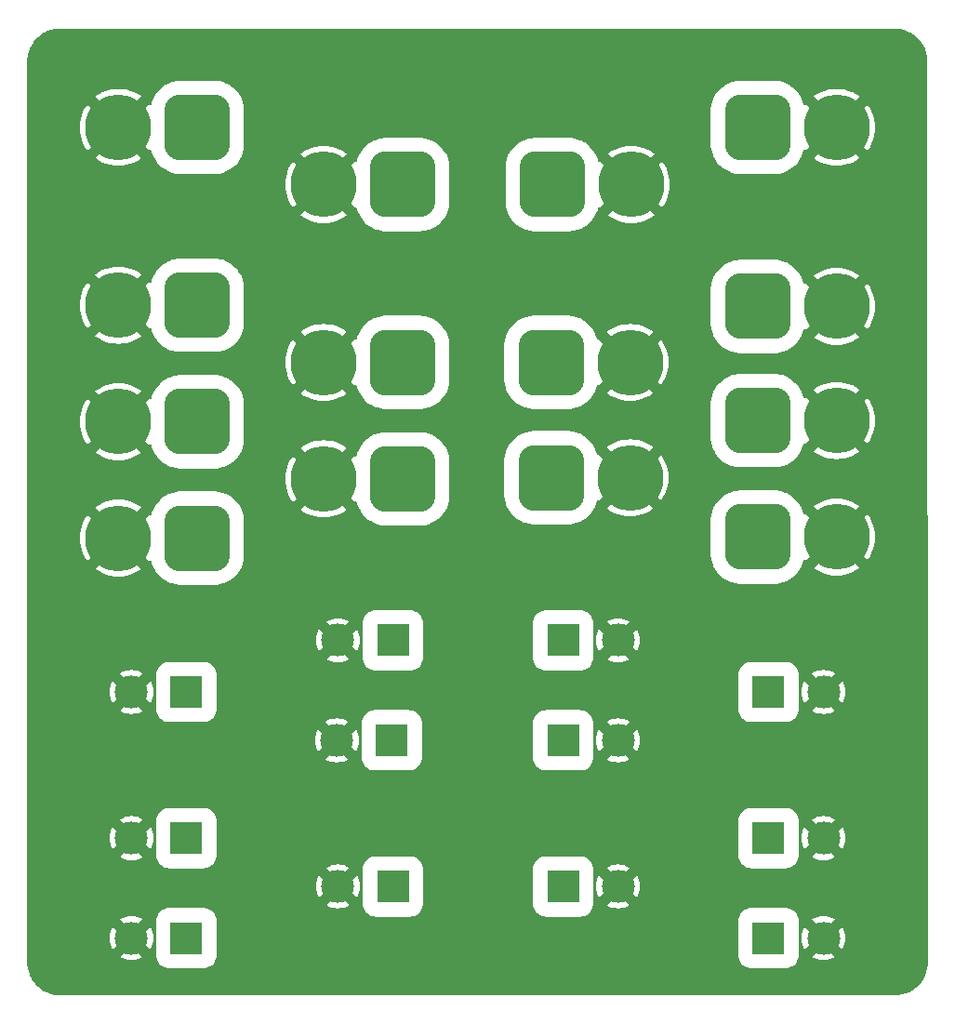
<source format=gbr>
%TF.GenerationSoftware,KiCad,Pcbnew,8.0.4*%
%TF.CreationDate,2024-08-03T01:45:34+02:00*%
%TF.ProjectId,terminal_block,7465726d-696e-4616-9c5f-626c6f636b2e,1*%
%TF.SameCoordinates,Original*%
%TF.FileFunction,Copper,L2,Bot*%
%TF.FilePolarity,Positive*%
%FSLAX46Y46*%
G04 Gerber Fmt 4.6, Leading zero omitted, Abs format (unit mm)*
G04 Created by KiCad (PCBNEW 8.0.4) date 2024-08-03 01:45:34*
%MOMM*%
%LPD*%
G01*
G04 APERTURE LIST*
G04 Aperture macros list*
%AMRoundRect*
0 Rectangle with rounded corners*
0 $1 Rounding radius*
0 $2 $3 $4 $5 $6 $7 $8 $9 X,Y pos of 4 corners*
0 Add a 4 corners polygon primitive as box body*
4,1,4,$2,$3,$4,$5,$6,$7,$8,$9,$2,$3,0*
0 Add four circle primitives for the rounded corners*
1,1,$1+$1,$2,$3*
1,1,$1+$1,$4,$5*
1,1,$1+$1,$6,$7*
1,1,$1+$1,$8,$9*
0 Add four rect primitives between the rounded corners*
20,1,$1+$1,$2,$3,$4,$5,0*
20,1,$1+$1,$4,$5,$6,$7,0*
20,1,$1+$1,$6,$7,$8,$9,0*
20,1,$1+$1,$8,$9,$2,$3,0*%
G04 Aperture macros list end*
%TA.AperFunction,ComponentPad*%
%ADD10RoundRect,1.500000X-1.500000X-1.500000X1.500000X-1.500000X1.500000X1.500000X-1.500000X1.500000X0*%
%TD*%
%TA.AperFunction,ComponentPad*%
%ADD11C,6.000000*%
%TD*%
%TA.AperFunction,ComponentPad*%
%ADD12RoundRect,1.500000X1.500000X1.500000X-1.500000X1.500000X-1.500000X-1.500000X1.500000X-1.500000X0*%
%TD*%
%TA.AperFunction,ComponentPad*%
%ADD13R,3.000000X3.000000*%
%TD*%
%TA.AperFunction,ComponentPad*%
%ADD14C,3.000000*%
%TD*%
%TA.AperFunction,ViaPad*%
%ADD15C,0.800000*%
%TD*%
G04 APERTURE END LIST*
D10*
%TO.P,J3,1,Pin_1*%
%TO.N,+24V*%
X167200000Y-90300000D03*
D11*
%TO.P,J3,2,Pin_2*%
%TO.N,GND*%
X174400000Y-90300000D03*
%TD*%
D12*
%TO.P,J4,1,Pin_1*%
%TO.N,+24V*%
X135000000Y-85200000D03*
D11*
%TO.P,J4,2,Pin_2*%
%TO.N,GND*%
X127800000Y-85200000D03*
%TD*%
D12*
%TO.P,J14,1,Pin_1*%
%TO.N,+24V RAW*%
X135000000Y-58400000D03*
D11*
%TO.P,J14,2,Pin_2*%
%TO.N,GND*%
X127800000Y-58400000D03*
%TD*%
D13*
%TO.P,J24,1,Pin_1*%
%TO.N,+5V*%
X134000000Y-123100000D03*
D14*
%TO.P,J24,2,Pin_2*%
%TO.N,GND*%
X129000000Y-123100000D03*
%TD*%
D10*
%TO.P,J13,1,Pin_1*%
%TO.N,+24V RAW*%
X186000000Y-58400000D03*
D11*
%TO.P,J13,2,Pin_2*%
%TO.N,GND*%
X193200000Y-58400000D03*
%TD*%
D13*
%TO.P,J15,1,Pin_1*%
%TO.N,+15V*%
X187000000Y-109800000D03*
D14*
%TO.P,J15,2,Pin_2*%
%TO.N,GND*%
X192000000Y-109800000D03*
%TD*%
D12*
%TO.P,J10,1,Pin_1*%
%TO.N,+24V*%
X153700000Y-90400000D03*
D11*
%TO.P,J10,2,Pin_2*%
%TO.N,GND*%
X146500000Y-90400000D03*
%TD*%
D13*
%TO.P,J20,1,Pin_1*%
%TO.N,+15V*%
X134000000Y-109800000D03*
D14*
%TO.P,J20,2,Pin_2*%
%TO.N,GND*%
X129000000Y-109800000D03*
%TD*%
D13*
%TO.P,J23,1,Pin_1*%
%TO.N,+5V*%
X187000000Y-132200000D03*
D14*
%TO.P,J23,2,Pin_2*%
%TO.N,GND*%
X192000000Y-132200000D03*
%TD*%
D13*
%TO.P,J22,1,Pin_1*%
%TO.N,+5V*%
X187000000Y-123100000D03*
D14*
%TO.P,J22,2,Pin_2*%
%TO.N,GND*%
X192000000Y-123100000D03*
%TD*%
D10*
%TO.P,J7,1,Pin_1*%
%TO.N,+24V*%
X167200000Y-79800000D03*
D11*
%TO.P,J7,2,Pin_2*%
%TO.N,GND*%
X174400000Y-79800000D03*
%TD*%
D13*
%TO.P,J25,1,Pin_1*%
%TO.N,+5V*%
X134000000Y-132200000D03*
D14*
%TO.P,J25,2,Pin_2*%
%TO.N,GND*%
X129000000Y-132200000D03*
%TD*%
D12*
%TO.P,J9,1,Pin_1*%
%TO.N,+24V*%
X135000000Y-74600000D03*
D11*
%TO.P,J9,2,Pin_2*%
%TO.N,GND*%
X127800000Y-74600000D03*
%TD*%
D10*
%TO.P,J1,1,Pin_1*%
%TO.N,+24V*%
X186000000Y-74700000D03*
D11*
%TO.P,J1,2,Pin_2*%
%TO.N,GND*%
X193200000Y-74700000D03*
%TD*%
D10*
%TO.P,J11,1,Pin_1*%
%TO.N,+24V RAW*%
X167300000Y-63600000D03*
D11*
%TO.P,J11,2,Pin_2*%
%TO.N,GND*%
X174500000Y-63600000D03*
%TD*%
D12*
%TO.P,J12,1,Pin_1*%
%TO.N,+24V RAW*%
X153700000Y-63600000D03*
D11*
%TO.P,J12,2,Pin_2*%
%TO.N,GND*%
X146500000Y-63600000D03*
%TD*%
D12*
%TO.P,J8,1,Pin_1*%
%TO.N,+24V*%
X153700000Y-79800000D03*
D11*
%TO.P,J8,2,Pin_2*%
%TO.N,GND*%
X146500000Y-79800000D03*
%TD*%
D13*
%TO.P,J26,1,Pin_1*%
%TO.N,+5V*%
X152800000Y-127500000D03*
D14*
%TO.P,J26,2,Pin_2*%
%TO.N,GND*%
X147800000Y-127500000D03*
%TD*%
D13*
%TO.P,J17,1,Pin_1*%
%TO.N,+15V*%
X168300000Y-114200000D03*
D14*
%TO.P,J17,2,Pin_2*%
%TO.N,GND*%
X173300000Y-114200000D03*
%TD*%
D13*
%TO.P,J18,1,Pin_1*%
%TO.N,+15V*%
X152800000Y-105100000D03*
D14*
%TO.P,J18,2,Pin_2*%
%TO.N,GND*%
X147800000Y-105100000D03*
%TD*%
D13*
%TO.P,J21,1,Pin_1*%
%TO.N,+5V*%
X168300000Y-127500000D03*
D14*
%TO.P,J21,2,Pin_2*%
%TO.N,GND*%
X173300000Y-127500000D03*
%TD*%
D13*
%TO.P,J19,1,Pin_1*%
%TO.N,+15V*%
X152700000Y-114200000D03*
D14*
%TO.P,J19,2,Pin_2*%
%TO.N,GND*%
X147700000Y-114200000D03*
%TD*%
D13*
%TO.P,J16,1,Pin_1*%
%TO.N,+15V*%
X168300000Y-105100000D03*
D14*
%TO.P,J16,2,Pin_2*%
%TO.N,GND*%
X173300000Y-105100000D03*
%TD*%
D12*
%TO.P,J6,1,Pin_1*%
%TO.N,+24V*%
X135000000Y-95800000D03*
D11*
%TO.P,J6,2,Pin_2*%
%TO.N,GND*%
X127800000Y-95800000D03*
%TD*%
D10*
%TO.P,J5,1,Pin_1*%
%TO.N,+24V*%
X186000000Y-95700000D03*
D11*
%TO.P,J5,2,Pin_2*%
%TO.N,GND*%
X193200000Y-95700000D03*
%TD*%
D10*
%TO.P,J2,1,Pin_1*%
%TO.N,+24V*%
X186000000Y-85100000D03*
D11*
%TO.P,J2,2,Pin_2*%
%TO.N,GND*%
X193200000Y-85100000D03*
%TD*%
D15*
%TO.N,GND*%
X194625000Y-50600000D03*
X190575000Y-50725000D03*
X186500000Y-50525000D03*
X182725000Y-50650000D03*
X178275000Y-50600000D03*
X173300000Y-50650000D03*
X167925000Y-50725000D03*
X162675000Y-50725000D03*
X158000000Y-50650000D03*
X154150000Y-50650000D03*
X149750000Y-50725000D03*
X145550000Y-50650000D03*
X141500000Y-50600000D03*
X137300000Y-50600000D03*
X133250000Y-50650000D03*
X128925000Y-50650000D03*
X125000000Y-50725000D03*
X182100000Y-65975000D03*
X187000000Y-66050000D03*
X190925000Y-66100000D03*
X194900000Y-66175000D03*
X198125000Y-53950000D03*
X198250000Y-58200000D03*
X198250000Y-62200000D03*
X198400000Y-66175000D03*
X198400000Y-70300000D03*
X198675000Y-74850000D03*
X198400000Y-78750000D03*
X198400000Y-80775000D03*
X198175000Y-84775000D03*
X198250000Y-89100000D03*
X198250000Y-91550000D03*
X198325000Y-96375000D03*
X198325000Y-99650000D03*
X139750000Y-65975000D03*
X135900000Y-66050000D03*
X131225000Y-66100000D03*
X126900000Y-65975000D03*
X122700000Y-54025000D03*
X122700000Y-58200000D03*
X122500000Y-62125000D03*
X122425000Y-66250000D03*
X122350000Y-70575000D03*
X122275000Y-74575000D03*
X122200000Y-78350000D03*
X122275000Y-81000000D03*
X122275000Y-85325000D03*
X122275000Y-89100000D03*
X122275000Y-91750000D03*
X122275000Y-95325000D03*
X122350000Y-98250000D03*
X176050000Y-98600000D03*
X170825000Y-98600000D03*
X165650000Y-98650000D03*
X154000000Y-98600000D03*
X149400000Y-98500000D03*
X144825000Y-98500000D03*
X141975000Y-103750000D03*
X137050000Y-103525000D03*
X132025000Y-103250000D03*
X127950000Y-103200000D03*
X179175000Y-102825000D03*
X184625000Y-102725000D03*
X188950000Y-102725000D03*
X193700000Y-102975000D03*
X179675000Y-115575000D03*
X184925000Y-115625000D03*
X189400000Y-115575000D03*
X193650000Y-115575000D03*
X141550000Y-116075000D03*
X136800000Y-116050000D03*
X132350000Y-115950000D03*
X128125000Y-115925000D03*
X123750000Y-101625000D03*
X123725000Y-104950000D03*
X123700000Y-108050000D03*
X123650000Y-111575000D03*
X123650000Y-114450000D03*
X123650000Y-117450000D03*
X196825000Y-101475000D03*
X196800000Y-104225000D03*
X196800000Y-107300000D03*
X196800000Y-110675000D03*
X196800000Y-113950000D03*
X196850000Y-117050000D03*
X197100000Y-134975000D03*
X197000000Y-132425000D03*
X197050000Y-130150000D03*
X197000000Y-127350000D03*
X197000000Y-124650000D03*
X196950000Y-122350000D03*
X196900000Y-120175000D03*
X123875000Y-134300000D03*
X123800000Y-131850000D03*
X123800000Y-129625000D03*
X123725000Y-127350000D03*
X123650000Y-125150000D03*
X123625000Y-123000000D03*
X123575000Y-120600000D03*
X177250000Y-126900000D03*
X177125000Y-129475000D03*
X143050000Y-127175000D03*
X142925000Y-129700000D03*
X180625000Y-126900000D03*
X180575000Y-129550000D03*
X180575000Y-134450000D03*
X177175000Y-134500000D03*
X180575000Y-131875000D03*
X177125000Y-131800000D03*
X172700000Y-133800000D03*
X168400000Y-133800000D03*
X164300000Y-133800000D03*
X159800000Y-133700000D03*
X155500000Y-133700000D03*
X151200000Y-133700000D03*
X147200000Y-133700000D03*
X142800000Y-132000000D03*
X142900000Y-134300000D03*
X140400000Y-134300000D03*
X140400000Y-132000000D03*
X140300000Y-129700000D03*
X140300000Y-127300000D03*
%TD*%
%TA.AperFunction,Conductor*%
%TO.N,GND*%
G36*
X198477957Y-49421319D02*
G01*
X198479364Y-49421329D01*
X198640921Y-49423509D01*
X198653113Y-49424277D01*
X198974690Y-49460508D01*
X198988396Y-49462836D01*
X199303083Y-49534660D01*
X199316426Y-49538504D01*
X199621115Y-49645118D01*
X199633938Y-49650430D01*
X199924747Y-49790475D01*
X199936915Y-49797199D01*
X200189219Y-49955732D01*
X200210221Y-49968928D01*
X200221559Y-49976973D01*
X200452713Y-50161311D01*
X200473916Y-50178220D01*
X200484284Y-50187486D01*
X200712513Y-50415715D01*
X200721779Y-50426083D01*
X200923024Y-50678437D01*
X200931071Y-50689778D01*
X201102798Y-50963081D01*
X201109524Y-50975252D01*
X201239314Y-51244766D01*
X201249564Y-51266049D01*
X201254886Y-51278896D01*
X201361492Y-51583563D01*
X201365341Y-51596925D01*
X201437162Y-51911602D01*
X201439491Y-51925311D01*
X201475721Y-52246878D01*
X201476490Y-52259088D01*
X201478669Y-52420531D01*
X201478680Y-52422151D01*
X201513581Y-134404161D01*
X201513568Y-134406034D01*
X201511070Y-134576245D01*
X201510217Y-134589057D01*
X201469939Y-134928010D01*
X201467352Y-134942436D01*
X201387580Y-135273368D01*
X201383310Y-135287388D01*
X201265040Y-135606621D01*
X201259144Y-135620040D01*
X201104045Y-135923063D01*
X201096608Y-135935692D01*
X200906830Y-136218313D01*
X200897955Y-136229977D01*
X200676157Y-136488228D01*
X200665967Y-136498763D01*
X200415252Y-136729037D01*
X200403891Y-136738296D01*
X200127751Y-136937383D01*
X200115376Y-136945237D01*
X199817678Y-137110350D01*
X199804463Y-137116689D01*
X199489359Y-137245523D01*
X199475489Y-137250258D01*
X199147390Y-137341013D01*
X199133057Y-137344079D01*
X198795634Y-137395625D01*
X198782862Y-137396904D01*
X198614894Y-137404977D01*
X198608933Y-137405120D01*
X122499337Y-137400489D01*
X122497681Y-137400478D01*
X122336272Y-137398312D01*
X122324052Y-137397543D01*
X122002489Y-137361310D01*
X121988780Y-137358981D01*
X121674095Y-137287156D01*
X121660739Y-137283308D01*
X121356067Y-137176698D01*
X121343235Y-137171383D01*
X121052426Y-137031336D01*
X121040256Y-137024610D01*
X120766956Y-136852884D01*
X120755615Y-136844837D01*
X120503261Y-136643590D01*
X120492893Y-136634324D01*
X120264662Y-136406092D01*
X120255396Y-136395723D01*
X120054157Y-136143376D01*
X120046110Y-136132036D01*
X119922739Y-135935692D01*
X119874378Y-135858725D01*
X119867654Y-135846557D01*
X119758570Y-135620040D01*
X119727609Y-135555748D01*
X119722297Y-135542925D01*
X119615685Y-135238241D01*
X119611837Y-135224883D01*
X119546836Y-134940094D01*
X119540014Y-134910205D01*
X119537686Y-134896498D01*
X119501454Y-134574922D01*
X119500686Y-134562720D01*
X119499902Y-134504645D01*
X119498507Y-134401303D01*
X119498497Y-134399630D01*
X119498537Y-132199998D01*
X126994891Y-132199998D01*
X126994891Y-132200001D01*
X127015300Y-132485362D01*
X127076109Y-132764895D01*
X127176091Y-133032958D01*
X127276341Y-133216550D01*
X128117296Y-132375596D01*
X128134586Y-132462520D01*
X128202430Y-132626310D01*
X128300924Y-132773717D01*
X128426283Y-132899076D01*
X128573690Y-132997570D01*
X128737480Y-133065414D01*
X128824402Y-133082703D01*
X127983448Y-133923657D01*
X127983448Y-133923658D01*
X128167042Y-134023908D01*
X128167041Y-134023908D01*
X128435104Y-134123890D01*
X128714637Y-134184699D01*
X128999999Y-134205109D01*
X129000001Y-134205109D01*
X129285362Y-134184699D01*
X129564895Y-134123890D01*
X129832957Y-134023908D01*
X130016550Y-133923658D01*
X130016550Y-133923657D01*
X129175596Y-133082703D01*
X129262520Y-133065414D01*
X129426310Y-132997570D01*
X129573717Y-132899076D01*
X129699076Y-132773717D01*
X129797570Y-132626310D01*
X129865414Y-132462520D01*
X129882703Y-132375596D01*
X130723657Y-133216550D01*
X130723658Y-133216550D01*
X130823908Y-133032957D01*
X130923890Y-132764895D01*
X130984699Y-132485362D01*
X131001816Y-132246036D01*
X131017968Y-132202731D01*
X131232582Y-132202731D01*
X131246666Y-132228524D01*
X131249500Y-132254882D01*
X131249500Y-133764208D01*
X131249501Y-133764223D01*
X131259904Y-133896413D01*
X131259905Y-133896420D01*
X131314902Y-134114678D01*
X131314903Y-134114681D01*
X131407991Y-134319622D01*
X131407997Y-134319632D01*
X131536174Y-134504645D01*
X131536178Y-134504650D01*
X131536181Y-134504654D01*
X131695346Y-134663819D01*
X131695350Y-134663822D01*
X131695354Y-134663825D01*
X131834603Y-134760297D01*
X131880374Y-134792007D01*
X132085317Y-134885096D01*
X132085321Y-134885097D01*
X132303579Y-134940094D01*
X132303581Y-134940094D01*
X132303588Y-134940096D01*
X132435783Y-134950500D01*
X135564216Y-134950499D01*
X135696412Y-134940096D01*
X135914683Y-134885096D01*
X136119626Y-134792007D01*
X136304654Y-134663819D01*
X136463819Y-134504654D01*
X136592007Y-134319626D01*
X136685096Y-134114683D01*
X136740096Y-133896412D01*
X136750500Y-133764217D01*
X136750499Y-130635784D01*
X136750498Y-130635777D01*
X184249500Y-130635777D01*
X184249500Y-133764208D01*
X184249501Y-133764223D01*
X184259904Y-133896413D01*
X184259905Y-133896420D01*
X184314902Y-134114678D01*
X184314903Y-134114681D01*
X184407991Y-134319622D01*
X184407997Y-134319632D01*
X184536174Y-134504645D01*
X184536178Y-134504650D01*
X184536181Y-134504654D01*
X184695346Y-134663819D01*
X184695350Y-134663822D01*
X184695354Y-134663825D01*
X184834603Y-134760297D01*
X184880374Y-134792007D01*
X185085317Y-134885096D01*
X185085321Y-134885097D01*
X185303579Y-134940094D01*
X185303581Y-134940094D01*
X185303588Y-134940096D01*
X185435783Y-134950500D01*
X188564216Y-134950499D01*
X188696412Y-134940096D01*
X188914683Y-134885096D01*
X189119626Y-134792007D01*
X189304654Y-134663819D01*
X189463819Y-134504654D01*
X189592007Y-134319626D01*
X189685096Y-134114683D01*
X189740096Y-133896412D01*
X189750500Y-133764217D01*
X189750499Y-132254880D01*
X189766511Y-132200349D01*
X189980881Y-132200349D01*
X189993476Y-132219947D01*
X189998183Y-132246036D01*
X190015300Y-132485362D01*
X190076109Y-132764895D01*
X190176091Y-133032958D01*
X190276341Y-133216550D01*
X191117296Y-132375596D01*
X191134586Y-132462520D01*
X191202430Y-132626310D01*
X191300924Y-132773717D01*
X191426283Y-132899076D01*
X191573690Y-132997570D01*
X191737480Y-133065414D01*
X191824402Y-133082703D01*
X190983448Y-133923657D01*
X190983448Y-133923658D01*
X191167042Y-134023908D01*
X191167041Y-134023908D01*
X191435104Y-134123890D01*
X191714637Y-134184699D01*
X191999999Y-134205109D01*
X192000001Y-134205109D01*
X192285362Y-134184699D01*
X192564895Y-134123890D01*
X192832957Y-134023908D01*
X193016550Y-133923658D01*
X193016550Y-133923657D01*
X192175596Y-133082703D01*
X192262520Y-133065414D01*
X192426310Y-132997570D01*
X192573717Y-132899076D01*
X192699076Y-132773717D01*
X192797570Y-132626310D01*
X192865414Y-132462520D01*
X192882703Y-132375596D01*
X193723657Y-133216550D01*
X193723658Y-133216550D01*
X193823908Y-133032957D01*
X193923890Y-132764895D01*
X193984699Y-132485362D01*
X194005109Y-132200001D01*
X194005109Y-132199998D01*
X193984699Y-131914637D01*
X193923890Y-131635104D01*
X193823908Y-131367042D01*
X193723657Y-131183448D01*
X192882703Y-132024402D01*
X192865414Y-131937480D01*
X192797570Y-131773690D01*
X192699076Y-131626283D01*
X192573717Y-131500924D01*
X192426310Y-131402430D01*
X192262520Y-131334586D01*
X192175597Y-131317296D01*
X193016550Y-130476341D01*
X193016550Y-130476340D01*
X192832957Y-130376091D01*
X192832958Y-130376091D01*
X192564895Y-130276109D01*
X192285362Y-130215300D01*
X192000001Y-130194891D01*
X191999999Y-130194891D01*
X191714637Y-130215300D01*
X191435104Y-130276109D01*
X191167041Y-130376091D01*
X191167035Y-130376094D01*
X190983448Y-130476339D01*
X190983448Y-130476341D01*
X191824403Y-131317296D01*
X191737480Y-131334586D01*
X191573690Y-131402430D01*
X191426283Y-131500924D01*
X191300924Y-131626283D01*
X191202430Y-131773690D01*
X191134586Y-131937480D01*
X191117296Y-132024402D01*
X190276341Y-131183448D01*
X190276339Y-131183448D01*
X190176094Y-131367035D01*
X190176091Y-131367041D01*
X190076109Y-131635104D01*
X190015300Y-131914637D01*
X189998183Y-132153963D01*
X189980881Y-132200349D01*
X189766511Y-132200349D01*
X189767416Y-132197267D01*
X189753333Y-132171475D01*
X189750499Y-132145117D01*
X189750499Y-130635791D01*
X189750498Y-130635783D01*
X189740096Y-130503588D01*
X189733230Y-130476341D01*
X189685097Y-130285321D01*
X189685096Y-130285318D01*
X189680913Y-130276109D01*
X189592007Y-130080374D01*
X189560297Y-130034603D01*
X189463825Y-129895354D01*
X189463822Y-129895350D01*
X189463819Y-129895346D01*
X189304654Y-129736181D01*
X189304650Y-129736178D01*
X189304645Y-129736174D01*
X189119632Y-129607997D01*
X189119630Y-129607995D01*
X189119626Y-129607993D01*
X188914683Y-129514904D01*
X188914681Y-129514903D01*
X188914678Y-129514902D01*
X188696420Y-129459905D01*
X188696413Y-129459904D01*
X188652347Y-129456436D01*
X188564217Y-129449500D01*
X188564215Y-129449500D01*
X185435791Y-129449500D01*
X185435776Y-129449501D01*
X185303586Y-129459904D01*
X185303579Y-129459905D01*
X185085321Y-129514902D01*
X185085318Y-129514903D01*
X184880377Y-129607991D01*
X184880367Y-129607997D01*
X184695354Y-129736174D01*
X184695342Y-129736184D01*
X184536184Y-129895342D01*
X184536174Y-129895354D01*
X184407997Y-130080367D01*
X184407991Y-130080377D01*
X184314903Y-130285318D01*
X184314902Y-130285321D01*
X184259905Y-130503579D01*
X184259904Y-130503586D01*
X184249500Y-130635777D01*
X136750498Y-130635777D01*
X136740096Y-130503588D01*
X136733230Y-130476341D01*
X136685097Y-130285321D01*
X136685096Y-130285318D01*
X136680913Y-130276109D01*
X136592007Y-130080374D01*
X136560297Y-130034603D01*
X136463825Y-129895354D01*
X136463822Y-129895350D01*
X136463819Y-129895346D01*
X136304654Y-129736181D01*
X136304650Y-129736178D01*
X136304645Y-129736174D01*
X136119632Y-129607997D01*
X136119630Y-129607995D01*
X136119626Y-129607993D01*
X135914683Y-129514904D01*
X135914681Y-129514903D01*
X135914678Y-129514902D01*
X135696420Y-129459905D01*
X135696413Y-129459904D01*
X135652347Y-129456436D01*
X135564217Y-129449500D01*
X135564215Y-129449500D01*
X132435791Y-129449500D01*
X132435776Y-129449501D01*
X132303586Y-129459904D01*
X132303579Y-129459905D01*
X132085321Y-129514902D01*
X132085318Y-129514903D01*
X131880377Y-129607991D01*
X131880367Y-129607997D01*
X131695354Y-129736174D01*
X131695342Y-129736184D01*
X131536184Y-129895342D01*
X131536174Y-129895354D01*
X131407997Y-130080367D01*
X131407991Y-130080377D01*
X131314903Y-130285318D01*
X131314902Y-130285321D01*
X131259905Y-130503579D01*
X131259904Y-130503586D01*
X131249500Y-130635777D01*
X131249500Y-132145117D01*
X131232582Y-132202731D01*
X131017968Y-132202731D01*
X131019117Y-132199649D01*
X131006523Y-132180052D01*
X131001816Y-132153963D01*
X130984699Y-131914637D01*
X130923890Y-131635104D01*
X130823908Y-131367042D01*
X130723657Y-131183448D01*
X129882703Y-132024402D01*
X129865414Y-131937480D01*
X129797570Y-131773690D01*
X129699076Y-131626283D01*
X129573717Y-131500924D01*
X129426310Y-131402430D01*
X129262520Y-131334586D01*
X129175597Y-131317296D01*
X130016550Y-130476341D01*
X130016550Y-130476340D01*
X129832957Y-130376091D01*
X129832958Y-130376091D01*
X129564895Y-130276109D01*
X129285362Y-130215300D01*
X129000001Y-130194891D01*
X128999999Y-130194891D01*
X128714637Y-130215300D01*
X128435104Y-130276109D01*
X128167041Y-130376091D01*
X128167035Y-130376094D01*
X127983448Y-130476339D01*
X127983448Y-130476341D01*
X128824403Y-131317296D01*
X128737480Y-131334586D01*
X128573690Y-131402430D01*
X128426283Y-131500924D01*
X128300924Y-131626283D01*
X128202430Y-131773690D01*
X128134586Y-131937480D01*
X128117296Y-132024402D01*
X127276341Y-131183448D01*
X127276339Y-131183448D01*
X127176094Y-131367035D01*
X127176091Y-131367041D01*
X127076109Y-131635104D01*
X127015300Y-131914637D01*
X126994891Y-132199998D01*
X119498537Y-132199998D01*
X119498585Y-129607991D01*
X119498624Y-127499998D01*
X145794891Y-127499998D01*
X145794891Y-127500001D01*
X145815300Y-127785362D01*
X145876109Y-128064895D01*
X145976091Y-128332958D01*
X146076341Y-128516550D01*
X146917296Y-127675596D01*
X146934586Y-127762520D01*
X147002430Y-127926310D01*
X147100924Y-128073717D01*
X147226283Y-128199076D01*
X147373690Y-128297570D01*
X147537480Y-128365414D01*
X147624402Y-128382703D01*
X146783448Y-129223657D01*
X146783448Y-129223658D01*
X146967042Y-129323908D01*
X146967041Y-129323908D01*
X147235104Y-129423890D01*
X147514637Y-129484699D01*
X147799999Y-129505109D01*
X147800001Y-129505109D01*
X148085362Y-129484699D01*
X148364895Y-129423890D01*
X148632957Y-129323908D01*
X148816550Y-129223658D01*
X148816550Y-129223657D01*
X147975596Y-128382703D01*
X148062520Y-128365414D01*
X148226310Y-128297570D01*
X148373717Y-128199076D01*
X148499076Y-128073717D01*
X148597570Y-127926310D01*
X148665414Y-127762520D01*
X148682703Y-127675596D01*
X149523657Y-128516550D01*
X149523658Y-128516550D01*
X149623908Y-128332957D01*
X149723890Y-128064895D01*
X149784699Y-127785362D01*
X149801816Y-127546036D01*
X149817968Y-127502731D01*
X150032582Y-127502731D01*
X150046666Y-127528524D01*
X150049500Y-127554882D01*
X150049500Y-129064208D01*
X150049501Y-129064223D01*
X150059904Y-129196413D01*
X150059905Y-129196420D01*
X150114902Y-129414678D01*
X150114903Y-129414681D01*
X150207991Y-129619622D01*
X150207997Y-129619632D01*
X150336174Y-129804645D01*
X150336178Y-129804650D01*
X150336181Y-129804654D01*
X150495346Y-129963819D01*
X150495350Y-129963822D01*
X150495354Y-129963825D01*
X150634603Y-130060297D01*
X150680374Y-130092007D01*
X150885317Y-130185096D01*
X150885321Y-130185097D01*
X151103579Y-130240094D01*
X151103581Y-130240094D01*
X151103588Y-130240096D01*
X151235783Y-130250500D01*
X154364216Y-130250499D01*
X154496412Y-130240096D01*
X154714683Y-130185096D01*
X154919626Y-130092007D01*
X155104654Y-129963819D01*
X155263819Y-129804654D01*
X155392007Y-129619626D01*
X155485096Y-129414683D01*
X155540096Y-129196412D01*
X155550500Y-129064217D01*
X155550499Y-125935784D01*
X155550498Y-125935777D01*
X165549500Y-125935777D01*
X165549500Y-129064208D01*
X165549501Y-129064223D01*
X165559904Y-129196413D01*
X165559905Y-129196420D01*
X165614902Y-129414678D01*
X165614903Y-129414681D01*
X165707991Y-129619622D01*
X165707997Y-129619632D01*
X165836174Y-129804645D01*
X165836178Y-129804650D01*
X165836181Y-129804654D01*
X165995346Y-129963819D01*
X165995350Y-129963822D01*
X165995354Y-129963825D01*
X166134603Y-130060297D01*
X166180374Y-130092007D01*
X166385317Y-130185096D01*
X166385321Y-130185097D01*
X166603579Y-130240094D01*
X166603581Y-130240094D01*
X166603588Y-130240096D01*
X166735783Y-130250500D01*
X169864216Y-130250499D01*
X169996412Y-130240096D01*
X170214683Y-130185096D01*
X170419626Y-130092007D01*
X170604654Y-129963819D01*
X170763819Y-129804654D01*
X170892007Y-129619626D01*
X170985096Y-129414683D01*
X171040096Y-129196412D01*
X171050500Y-129064217D01*
X171050499Y-127554880D01*
X171066511Y-127500349D01*
X171280881Y-127500349D01*
X171293476Y-127519947D01*
X171298183Y-127546036D01*
X171315300Y-127785362D01*
X171376109Y-128064895D01*
X171476091Y-128332958D01*
X171576341Y-128516550D01*
X172417296Y-127675596D01*
X172434586Y-127762520D01*
X172502430Y-127926310D01*
X172600924Y-128073717D01*
X172726283Y-128199076D01*
X172873690Y-128297570D01*
X173037480Y-128365414D01*
X173124402Y-128382703D01*
X172283448Y-129223657D01*
X172283448Y-129223658D01*
X172467042Y-129323908D01*
X172467041Y-129323908D01*
X172735104Y-129423890D01*
X173014637Y-129484699D01*
X173299999Y-129505109D01*
X173300001Y-129505109D01*
X173585362Y-129484699D01*
X173864895Y-129423890D01*
X174132957Y-129323908D01*
X174316550Y-129223658D01*
X174316550Y-129223657D01*
X173475596Y-128382703D01*
X173562520Y-128365414D01*
X173726310Y-128297570D01*
X173873717Y-128199076D01*
X173999076Y-128073717D01*
X174097570Y-127926310D01*
X174165414Y-127762520D01*
X174182703Y-127675596D01*
X175023657Y-128516550D01*
X175023658Y-128516550D01*
X175123908Y-128332957D01*
X175223890Y-128064895D01*
X175284699Y-127785362D01*
X175305109Y-127500001D01*
X175305109Y-127499998D01*
X175284699Y-127214637D01*
X175223890Y-126935104D01*
X175123908Y-126667042D01*
X175023657Y-126483448D01*
X174182703Y-127324402D01*
X174165414Y-127237480D01*
X174097570Y-127073690D01*
X173999076Y-126926283D01*
X173873717Y-126800924D01*
X173726310Y-126702430D01*
X173562520Y-126634586D01*
X173475597Y-126617296D01*
X174316550Y-125776341D01*
X174316550Y-125776340D01*
X174132957Y-125676091D01*
X174132958Y-125676091D01*
X173864895Y-125576109D01*
X173585362Y-125515300D01*
X173300001Y-125494891D01*
X173299999Y-125494891D01*
X173014637Y-125515300D01*
X172735104Y-125576109D01*
X172467041Y-125676091D01*
X172467035Y-125676094D01*
X172283448Y-125776339D01*
X172283448Y-125776341D01*
X173124403Y-126617296D01*
X173037480Y-126634586D01*
X172873690Y-126702430D01*
X172726283Y-126800924D01*
X172600924Y-126926283D01*
X172502430Y-127073690D01*
X172434586Y-127237480D01*
X172417296Y-127324402D01*
X171576341Y-126483448D01*
X171576339Y-126483448D01*
X171476094Y-126667035D01*
X171476091Y-126667041D01*
X171376109Y-126935104D01*
X171315300Y-127214637D01*
X171298183Y-127453963D01*
X171280881Y-127500349D01*
X171066511Y-127500349D01*
X171067416Y-127497267D01*
X171053333Y-127471475D01*
X171050499Y-127445117D01*
X171050499Y-125935791D01*
X171050498Y-125935783D01*
X171040096Y-125803588D01*
X171035436Y-125785096D01*
X170985097Y-125585321D01*
X170985096Y-125585318D01*
X170980913Y-125576109D01*
X170892007Y-125380374D01*
X170860297Y-125334603D01*
X170763825Y-125195354D01*
X170763822Y-125195350D01*
X170763819Y-125195346D01*
X170604654Y-125036181D01*
X170604650Y-125036178D01*
X170604645Y-125036174D01*
X170419632Y-124907997D01*
X170419630Y-124907995D01*
X170419626Y-124907993D01*
X170233953Y-124823657D01*
X170214681Y-124814903D01*
X170214678Y-124814902D01*
X169996420Y-124759905D01*
X169996413Y-124759904D01*
X169952347Y-124756436D01*
X169864217Y-124749500D01*
X169864215Y-124749500D01*
X166735791Y-124749500D01*
X166735776Y-124749501D01*
X166603586Y-124759904D01*
X166603579Y-124759905D01*
X166385321Y-124814902D01*
X166385318Y-124814903D01*
X166180377Y-124907991D01*
X166180367Y-124907997D01*
X165995354Y-125036174D01*
X165995342Y-125036184D01*
X165836184Y-125195342D01*
X165836174Y-125195354D01*
X165707997Y-125380367D01*
X165707991Y-125380377D01*
X165614903Y-125585318D01*
X165614902Y-125585321D01*
X165559905Y-125803579D01*
X165559904Y-125803586D01*
X165549500Y-125935777D01*
X155550498Y-125935777D01*
X155540096Y-125803588D01*
X155535436Y-125785096D01*
X155485097Y-125585321D01*
X155485096Y-125585318D01*
X155480913Y-125576109D01*
X155392007Y-125380374D01*
X155360297Y-125334603D01*
X155263825Y-125195354D01*
X155263822Y-125195350D01*
X155263819Y-125195346D01*
X155104654Y-125036181D01*
X155104650Y-125036178D01*
X155104645Y-125036174D01*
X154919632Y-124907997D01*
X154919630Y-124907995D01*
X154919626Y-124907993D01*
X154733953Y-124823657D01*
X154714681Y-124814903D01*
X154714678Y-124814902D01*
X154496420Y-124759905D01*
X154496413Y-124759904D01*
X154452347Y-124756436D01*
X154364217Y-124749500D01*
X154364215Y-124749500D01*
X151235791Y-124749500D01*
X151235776Y-124749501D01*
X151103586Y-124759904D01*
X151103579Y-124759905D01*
X150885321Y-124814902D01*
X150885318Y-124814903D01*
X150680377Y-124907991D01*
X150680367Y-124907997D01*
X150495354Y-125036174D01*
X150495342Y-125036184D01*
X150336184Y-125195342D01*
X150336174Y-125195354D01*
X150207997Y-125380367D01*
X150207991Y-125380377D01*
X150114903Y-125585318D01*
X150114902Y-125585321D01*
X150059905Y-125803579D01*
X150059904Y-125803586D01*
X150049500Y-125935777D01*
X150049500Y-127445117D01*
X150032582Y-127502731D01*
X149817968Y-127502731D01*
X149819117Y-127499649D01*
X149806523Y-127480052D01*
X149801816Y-127453963D01*
X149784699Y-127214637D01*
X149723890Y-126935104D01*
X149623908Y-126667042D01*
X149523657Y-126483448D01*
X148682703Y-127324402D01*
X148665414Y-127237480D01*
X148597570Y-127073690D01*
X148499076Y-126926283D01*
X148373717Y-126800924D01*
X148226310Y-126702430D01*
X148062520Y-126634586D01*
X147975597Y-126617296D01*
X148816550Y-125776341D01*
X148816550Y-125776340D01*
X148632957Y-125676091D01*
X148632958Y-125676091D01*
X148364895Y-125576109D01*
X148085362Y-125515300D01*
X147800001Y-125494891D01*
X147799999Y-125494891D01*
X147514637Y-125515300D01*
X147235104Y-125576109D01*
X146967041Y-125676091D01*
X146967035Y-125676094D01*
X146783448Y-125776339D01*
X146783448Y-125776341D01*
X147624403Y-126617296D01*
X147537480Y-126634586D01*
X147373690Y-126702430D01*
X147226283Y-126800924D01*
X147100924Y-126926283D01*
X147002430Y-127073690D01*
X146934586Y-127237480D01*
X146917296Y-127324402D01*
X146076341Y-126483448D01*
X146076339Y-126483448D01*
X145976094Y-126667035D01*
X145976091Y-126667041D01*
X145876109Y-126935104D01*
X145815300Y-127214637D01*
X145794891Y-127499998D01*
X119498624Y-127499998D01*
X119498704Y-123099998D01*
X126994891Y-123099998D01*
X126994891Y-123100001D01*
X127015300Y-123385362D01*
X127076109Y-123664895D01*
X127176091Y-123932958D01*
X127276341Y-124116550D01*
X128117296Y-123275596D01*
X128134586Y-123362520D01*
X128202430Y-123526310D01*
X128300924Y-123673717D01*
X128426283Y-123799076D01*
X128573690Y-123897570D01*
X128737480Y-123965414D01*
X128824402Y-123982703D01*
X127983448Y-124823657D01*
X127983448Y-124823658D01*
X128167042Y-124923908D01*
X128167041Y-124923908D01*
X128435104Y-125023890D01*
X128714637Y-125084699D01*
X128999999Y-125105109D01*
X129000001Y-125105109D01*
X129285362Y-125084699D01*
X129564895Y-125023890D01*
X129832957Y-124923908D01*
X130016550Y-124823658D01*
X130016550Y-124823657D01*
X129175596Y-123982703D01*
X129262520Y-123965414D01*
X129426310Y-123897570D01*
X129573717Y-123799076D01*
X129699076Y-123673717D01*
X129797570Y-123526310D01*
X129865414Y-123362520D01*
X129882703Y-123275596D01*
X130723657Y-124116550D01*
X130723658Y-124116550D01*
X130823908Y-123932957D01*
X130923890Y-123664895D01*
X130984699Y-123385362D01*
X131001816Y-123146036D01*
X131017968Y-123102731D01*
X131232582Y-123102731D01*
X131246666Y-123128524D01*
X131249500Y-123154882D01*
X131249500Y-124664208D01*
X131249501Y-124664223D01*
X131259904Y-124796413D01*
X131259905Y-124796420D01*
X131314902Y-125014678D01*
X131314903Y-125014681D01*
X131407991Y-125219622D01*
X131407997Y-125219632D01*
X131536174Y-125404645D01*
X131536178Y-125404650D01*
X131536181Y-125404654D01*
X131695346Y-125563819D01*
X131695350Y-125563822D01*
X131695354Y-125563825D01*
X131726382Y-125585321D01*
X131880374Y-125692007D01*
X132085317Y-125785096D01*
X132085321Y-125785097D01*
X132303579Y-125840094D01*
X132303581Y-125840094D01*
X132303588Y-125840096D01*
X132435783Y-125850500D01*
X135564216Y-125850499D01*
X135696412Y-125840096D01*
X135914683Y-125785096D01*
X136119626Y-125692007D01*
X136304654Y-125563819D01*
X136463819Y-125404654D01*
X136592007Y-125219626D01*
X136685096Y-125014683D01*
X136740096Y-124796412D01*
X136750500Y-124664217D01*
X136750499Y-121535784D01*
X136750498Y-121535777D01*
X184249500Y-121535777D01*
X184249500Y-124664208D01*
X184249501Y-124664223D01*
X184259904Y-124796413D01*
X184259905Y-124796420D01*
X184314902Y-125014678D01*
X184314903Y-125014681D01*
X184407991Y-125219622D01*
X184407997Y-125219632D01*
X184536174Y-125404645D01*
X184536178Y-125404650D01*
X184536181Y-125404654D01*
X184695346Y-125563819D01*
X184695350Y-125563822D01*
X184695354Y-125563825D01*
X184726382Y-125585321D01*
X184880374Y-125692007D01*
X185085317Y-125785096D01*
X185085321Y-125785097D01*
X185303579Y-125840094D01*
X185303581Y-125840094D01*
X185303588Y-125840096D01*
X185435783Y-125850500D01*
X188564216Y-125850499D01*
X188696412Y-125840096D01*
X188914683Y-125785096D01*
X189119626Y-125692007D01*
X189304654Y-125563819D01*
X189463819Y-125404654D01*
X189592007Y-125219626D01*
X189685096Y-125014683D01*
X189740096Y-124796412D01*
X189750500Y-124664217D01*
X189750499Y-123154880D01*
X189766511Y-123100349D01*
X189980881Y-123100349D01*
X189993476Y-123119947D01*
X189998183Y-123146036D01*
X190015300Y-123385362D01*
X190076109Y-123664895D01*
X190176091Y-123932958D01*
X190276341Y-124116550D01*
X191117296Y-123275596D01*
X191134586Y-123362520D01*
X191202430Y-123526310D01*
X191300924Y-123673717D01*
X191426283Y-123799076D01*
X191573690Y-123897570D01*
X191737480Y-123965414D01*
X191824402Y-123982703D01*
X190983448Y-124823657D01*
X190983448Y-124823658D01*
X191167042Y-124923908D01*
X191167041Y-124923908D01*
X191435104Y-125023890D01*
X191714637Y-125084699D01*
X191999999Y-125105109D01*
X192000001Y-125105109D01*
X192285362Y-125084699D01*
X192564895Y-125023890D01*
X192832957Y-124923908D01*
X193016550Y-124823658D01*
X193016550Y-124823657D01*
X192175596Y-123982703D01*
X192262520Y-123965414D01*
X192426310Y-123897570D01*
X192573717Y-123799076D01*
X192699076Y-123673717D01*
X192797570Y-123526310D01*
X192865414Y-123362520D01*
X192882703Y-123275596D01*
X193723657Y-124116550D01*
X193723658Y-124116550D01*
X193823908Y-123932957D01*
X193923890Y-123664895D01*
X193984699Y-123385362D01*
X194005109Y-123100001D01*
X194005109Y-123099998D01*
X193984699Y-122814637D01*
X193923890Y-122535104D01*
X193823908Y-122267042D01*
X193723657Y-122083448D01*
X192882703Y-122924402D01*
X192865414Y-122837480D01*
X192797570Y-122673690D01*
X192699076Y-122526283D01*
X192573717Y-122400924D01*
X192426310Y-122302430D01*
X192262520Y-122234586D01*
X192175597Y-122217296D01*
X193016550Y-121376341D01*
X193016550Y-121376340D01*
X192832957Y-121276091D01*
X192832958Y-121276091D01*
X192564895Y-121176109D01*
X192285362Y-121115300D01*
X192000001Y-121094891D01*
X191999999Y-121094891D01*
X191714637Y-121115300D01*
X191435104Y-121176109D01*
X191167041Y-121276091D01*
X191167035Y-121276094D01*
X190983448Y-121376339D01*
X190983448Y-121376341D01*
X191824403Y-122217296D01*
X191737480Y-122234586D01*
X191573690Y-122302430D01*
X191426283Y-122400924D01*
X191300924Y-122526283D01*
X191202430Y-122673690D01*
X191134586Y-122837480D01*
X191117296Y-122924402D01*
X190276341Y-122083448D01*
X190276339Y-122083448D01*
X190176094Y-122267035D01*
X190176091Y-122267041D01*
X190076109Y-122535104D01*
X190015300Y-122814637D01*
X189998183Y-123053963D01*
X189980881Y-123100349D01*
X189766511Y-123100349D01*
X189767416Y-123097267D01*
X189753333Y-123071475D01*
X189750499Y-123045117D01*
X189750499Y-121535791D01*
X189750498Y-121535783D01*
X189740096Y-121403588D01*
X189733230Y-121376341D01*
X189685097Y-121185321D01*
X189685096Y-121185318D01*
X189680913Y-121176109D01*
X189592007Y-120980374D01*
X189463819Y-120795346D01*
X189304654Y-120636181D01*
X189304650Y-120636178D01*
X189304645Y-120636174D01*
X189119632Y-120507997D01*
X189119630Y-120507995D01*
X189119626Y-120507993D01*
X188914683Y-120414904D01*
X188914681Y-120414903D01*
X188914678Y-120414902D01*
X188696420Y-120359905D01*
X188696413Y-120359904D01*
X188652347Y-120356436D01*
X188564217Y-120349500D01*
X188564215Y-120349500D01*
X185435791Y-120349500D01*
X185435776Y-120349501D01*
X185303586Y-120359904D01*
X185303579Y-120359905D01*
X185085321Y-120414902D01*
X185085318Y-120414903D01*
X184880377Y-120507991D01*
X184880367Y-120507997D01*
X184695354Y-120636174D01*
X184695342Y-120636184D01*
X184536184Y-120795342D01*
X184536174Y-120795354D01*
X184407997Y-120980367D01*
X184407991Y-120980377D01*
X184314903Y-121185318D01*
X184314902Y-121185321D01*
X184259905Y-121403579D01*
X184259904Y-121403586D01*
X184249500Y-121535777D01*
X136750498Y-121535777D01*
X136740096Y-121403588D01*
X136733230Y-121376341D01*
X136685097Y-121185321D01*
X136685096Y-121185318D01*
X136680913Y-121176109D01*
X136592007Y-120980374D01*
X136463819Y-120795346D01*
X136304654Y-120636181D01*
X136304650Y-120636178D01*
X136304645Y-120636174D01*
X136119632Y-120507997D01*
X136119630Y-120507995D01*
X136119626Y-120507993D01*
X135914683Y-120414904D01*
X135914681Y-120414903D01*
X135914678Y-120414902D01*
X135696420Y-120359905D01*
X135696413Y-120359904D01*
X135652347Y-120356436D01*
X135564217Y-120349500D01*
X135564215Y-120349500D01*
X132435791Y-120349500D01*
X132435776Y-120349501D01*
X132303586Y-120359904D01*
X132303579Y-120359905D01*
X132085321Y-120414902D01*
X132085318Y-120414903D01*
X131880377Y-120507991D01*
X131880367Y-120507997D01*
X131695354Y-120636174D01*
X131695342Y-120636184D01*
X131536184Y-120795342D01*
X131536174Y-120795354D01*
X131407997Y-120980367D01*
X131407991Y-120980377D01*
X131314903Y-121185318D01*
X131314902Y-121185321D01*
X131259905Y-121403579D01*
X131259904Y-121403586D01*
X131249500Y-121535777D01*
X131249500Y-123045117D01*
X131232582Y-123102731D01*
X131017968Y-123102731D01*
X131019117Y-123099649D01*
X131006523Y-123080052D01*
X131001816Y-123053963D01*
X130984699Y-122814637D01*
X130923890Y-122535104D01*
X130823908Y-122267042D01*
X130723657Y-122083448D01*
X129882703Y-122924402D01*
X129865414Y-122837480D01*
X129797570Y-122673690D01*
X129699076Y-122526283D01*
X129573717Y-122400924D01*
X129426310Y-122302430D01*
X129262520Y-122234586D01*
X129175597Y-122217296D01*
X130016550Y-121376341D01*
X130016550Y-121376340D01*
X129832957Y-121276091D01*
X129832958Y-121276091D01*
X129564895Y-121176109D01*
X129285362Y-121115300D01*
X129000001Y-121094891D01*
X128999999Y-121094891D01*
X128714637Y-121115300D01*
X128435104Y-121176109D01*
X128167041Y-121276091D01*
X128167035Y-121276094D01*
X127983448Y-121376339D01*
X127983448Y-121376341D01*
X128824403Y-122217296D01*
X128737480Y-122234586D01*
X128573690Y-122302430D01*
X128426283Y-122400924D01*
X128300924Y-122526283D01*
X128202430Y-122673690D01*
X128134586Y-122837480D01*
X128117296Y-122924402D01*
X127276341Y-122083448D01*
X127276339Y-122083448D01*
X127176094Y-122267035D01*
X127176091Y-122267041D01*
X127076109Y-122535104D01*
X127015300Y-122814637D01*
X126994891Y-123099998D01*
X119498704Y-123099998D01*
X119498867Y-114199998D01*
X145694891Y-114199998D01*
X145694891Y-114200001D01*
X145715300Y-114485362D01*
X145776109Y-114764895D01*
X145876091Y-115032958D01*
X145976341Y-115216550D01*
X146817296Y-114375596D01*
X146834586Y-114462520D01*
X146902430Y-114626310D01*
X147000924Y-114773717D01*
X147126283Y-114899076D01*
X147273690Y-114997570D01*
X147437480Y-115065414D01*
X147524402Y-115082703D01*
X146683448Y-115923657D01*
X146683448Y-115923658D01*
X146867042Y-116023908D01*
X146867041Y-116023908D01*
X147135104Y-116123890D01*
X147414637Y-116184699D01*
X147699999Y-116205109D01*
X147700001Y-116205109D01*
X147985362Y-116184699D01*
X148264895Y-116123890D01*
X148532957Y-116023908D01*
X148716550Y-115923658D01*
X148716550Y-115923657D01*
X147875596Y-115082703D01*
X147962520Y-115065414D01*
X148126310Y-114997570D01*
X148273717Y-114899076D01*
X148399076Y-114773717D01*
X148497570Y-114626310D01*
X148565414Y-114462520D01*
X148582703Y-114375596D01*
X149423657Y-115216550D01*
X149423658Y-115216550D01*
X149523908Y-115032957D01*
X149623890Y-114764895D01*
X149684699Y-114485362D01*
X149701816Y-114246036D01*
X149717968Y-114202731D01*
X149932582Y-114202731D01*
X149946666Y-114228524D01*
X149949500Y-114254882D01*
X149949500Y-115764208D01*
X149949501Y-115764223D01*
X149959904Y-115896413D01*
X149959905Y-115896420D01*
X150014902Y-116114678D01*
X150014903Y-116114681D01*
X150107991Y-116319622D01*
X150107997Y-116319632D01*
X150236174Y-116504645D01*
X150236178Y-116504650D01*
X150236181Y-116504654D01*
X150395346Y-116663819D01*
X150395350Y-116663822D01*
X150395354Y-116663825D01*
X150534603Y-116760297D01*
X150580374Y-116792007D01*
X150785317Y-116885096D01*
X150785321Y-116885097D01*
X151003579Y-116940094D01*
X151003581Y-116940094D01*
X151003588Y-116940096D01*
X151135783Y-116950500D01*
X154264216Y-116950499D01*
X154396412Y-116940096D01*
X154614683Y-116885096D01*
X154819626Y-116792007D01*
X155004654Y-116663819D01*
X155163819Y-116504654D01*
X155292007Y-116319626D01*
X155385096Y-116114683D01*
X155440096Y-115896412D01*
X155450500Y-115764217D01*
X155450499Y-112635784D01*
X155450498Y-112635777D01*
X165549500Y-112635777D01*
X165549500Y-115764208D01*
X165549501Y-115764223D01*
X165559904Y-115896413D01*
X165559905Y-115896420D01*
X165614902Y-116114678D01*
X165614903Y-116114681D01*
X165707991Y-116319622D01*
X165707997Y-116319632D01*
X165836174Y-116504645D01*
X165836178Y-116504650D01*
X165836181Y-116504654D01*
X165995346Y-116663819D01*
X165995350Y-116663822D01*
X165995354Y-116663825D01*
X166134603Y-116760297D01*
X166180374Y-116792007D01*
X166385317Y-116885096D01*
X166385321Y-116885097D01*
X166603579Y-116940094D01*
X166603581Y-116940094D01*
X166603588Y-116940096D01*
X166735783Y-116950500D01*
X169864216Y-116950499D01*
X169996412Y-116940096D01*
X170214683Y-116885096D01*
X170419626Y-116792007D01*
X170604654Y-116663819D01*
X170763819Y-116504654D01*
X170892007Y-116319626D01*
X170985096Y-116114683D01*
X171040096Y-115896412D01*
X171050500Y-115764217D01*
X171050499Y-114254880D01*
X171066511Y-114200349D01*
X171280881Y-114200349D01*
X171293476Y-114219947D01*
X171298183Y-114246036D01*
X171315300Y-114485362D01*
X171376109Y-114764895D01*
X171476091Y-115032958D01*
X171576341Y-115216550D01*
X172417296Y-114375596D01*
X172434586Y-114462520D01*
X172502430Y-114626310D01*
X172600924Y-114773717D01*
X172726283Y-114899076D01*
X172873690Y-114997570D01*
X173037480Y-115065414D01*
X173124402Y-115082703D01*
X172283448Y-115923657D01*
X172283448Y-115923658D01*
X172467042Y-116023908D01*
X172467041Y-116023908D01*
X172735104Y-116123890D01*
X173014637Y-116184699D01*
X173299999Y-116205109D01*
X173300001Y-116205109D01*
X173585362Y-116184699D01*
X173864895Y-116123890D01*
X174132957Y-116023908D01*
X174316550Y-115923658D01*
X174316550Y-115923657D01*
X173475596Y-115082703D01*
X173562520Y-115065414D01*
X173726310Y-114997570D01*
X173873717Y-114899076D01*
X173999076Y-114773717D01*
X174097570Y-114626310D01*
X174165414Y-114462520D01*
X174182703Y-114375596D01*
X175023657Y-115216550D01*
X175023658Y-115216550D01*
X175123908Y-115032957D01*
X175223890Y-114764895D01*
X175284699Y-114485362D01*
X175305109Y-114200001D01*
X175305109Y-114199998D01*
X175284699Y-113914637D01*
X175223890Y-113635104D01*
X175123908Y-113367042D01*
X175023657Y-113183448D01*
X174182703Y-114024402D01*
X174165414Y-113937480D01*
X174097570Y-113773690D01*
X173999076Y-113626283D01*
X173873717Y-113500924D01*
X173726310Y-113402430D01*
X173562520Y-113334586D01*
X173475597Y-113317296D01*
X174316550Y-112476341D01*
X174316550Y-112476340D01*
X174132957Y-112376091D01*
X174132958Y-112376091D01*
X173864895Y-112276109D01*
X173585362Y-112215300D01*
X173300001Y-112194891D01*
X173299999Y-112194891D01*
X173014637Y-112215300D01*
X172735104Y-112276109D01*
X172467041Y-112376091D01*
X172467035Y-112376094D01*
X172283448Y-112476339D01*
X172283448Y-112476341D01*
X173124403Y-113317296D01*
X173037480Y-113334586D01*
X172873690Y-113402430D01*
X172726283Y-113500924D01*
X172600924Y-113626283D01*
X172502430Y-113773690D01*
X172434586Y-113937480D01*
X172417296Y-114024402D01*
X171576341Y-113183448D01*
X171576339Y-113183448D01*
X171476094Y-113367035D01*
X171476091Y-113367041D01*
X171376109Y-113635104D01*
X171315300Y-113914637D01*
X171298183Y-114153963D01*
X171280881Y-114200349D01*
X171066511Y-114200349D01*
X171067416Y-114197267D01*
X171053333Y-114171475D01*
X171050499Y-114145117D01*
X171050499Y-112635791D01*
X171050498Y-112635783D01*
X171040096Y-112503588D01*
X171035436Y-112485096D01*
X170985097Y-112285321D01*
X170985096Y-112285318D01*
X170980913Y-112276109D01*
X170892007Y-112080374D01*
X170860297Y-112034603D01*
X170763825Y-111895354D01*
X170763822Y-111895350D01*
X170763819Y-111895346D01*
X170604654Y-111736181D01*
X170604650Y-111736178D01*
X170604645Y-111736174D01*
X170419632Y-111607997D01*
X170419630Y-111607995D01*
X170419626Y-111607993D01*
X170233953Y-111523657D01*
X170214681Y-111514903D01*
X170214678Y-111514902D01*
X169996420Y-111459905D01*
X169996413Y-111459904D01*
X169952347Y-111456436D01*
X169864217Y-111449500D01*
X169864215Y-111449500D01*
X166735791Y-111449500D01*
X166735776Y-111449501D01*
X166603586Y-111459904D01*
X166603579Y-111459905D01*
X166385321Y-111514902D01*
X166385318Y-111514903D01*
X166180377Y-111607991D01*
X166180367Y-111607997D01*
X165995354Y-111736174D01*
X165995342Y-111736184D01*
X165836184Y-111895342D01*
X165836174Y-111895354D01*
X165707997Y-112080367D01*
X165707991Y-112080377D01*
X165614903Y-112285318D01*
X165614902Y-112285321D01*
X165559905Y-112503579D01*
X165559904Y-112503586D01*
X165549500Y-112635777D01*
X155450498Y-112635777D01*
X155440096Y-112503588D01*
X155435436Y-112485096D01*
X155385097Y-112285321D01*
X155385096Y-112285318D01*
X155380913Y-112276109D01*
X155292007Y-112080374D01*
X155260297Y-112034603D01*
X155163825Y-111895354D01*
X155163822Y-111895350D01*
X155163819Y-111895346D01*
X155004654Y-111736181D01*
X155004650Y-111736178D01*
X155004645Y-111736174D01*
X154819632Y-111607997D01*
X154819630Y-111607995D01*
X154819626Y-111607993D01*
X154633953Y-111523657D01*
X154614681Y-111514903D01*
X154614678Y-111514902D01*
X154396420Y-111459905D01*
X154396413Y-111459904D01*
X154352347Y-111456436D01*
X154264217Y-111449500D01*
X154264215Y-111449500D01*
X151135791Y-111449500D01*
X151135776Y-111449501D01*
X151003586Y-111459904D01*
X151003579Y-111459905D01*
X150785321Y-111514902D01*
X150785318Y-111514903D01*
X150580377Y-111607991D01*
X150580367Y-111607997D01*
X150395354Y-111736174D01*
X150395342Y-111736184D01*
X150236184Y-111895342D01*
X150236174Y-111895354D01*
X150107997Y-112080367D01*
X150107991Y-112080377D01*
X150014903Y-112285318D01*
X150014902Y-112285321D01*
X149959905Y-112503579D01*
X149959904Y-112503586D01*
X149949500Y-112635777D01*
X149949500Y-114145117D01*
X149932582Y-114202731D01*
X149717968Y-114202731D01*
X149719117Y-114199649D01*
X149706523Y-114180052D01*
X149701816Y-114153963D01*
X149684699Y-113914637D01*
X149623890Y-113635104D01*
X149523908Y-113367042D01*
X149423657Y-113183448D01*
X148582703Y-114024402D01*
X148565414Y-113937480D01*
X148497570Y-113773690D01*
X148399076Y-113626283D01*
X148273717Y-113500924D01*
X148126310Y-113402430D01*
X147962520Y-113334586D01*
X147875597Y-113317296D01*
X148716550Y-112476341D01*
X148716550Y-112476340D01*
X148532957Y-112376091D01*
X148532958Y-112376091D01*
X148264895Y-112276109D01*
X147985362Y-112215300D01*
X147700001Y-112194891D01*
X147699999Y-112194891D01*
X147414637Y-112215300D01*
X147135104Y-112276109D01*
X146867041Y-112376091D01*
X146867035Y-112376094D01*
X146683448Y-112476339D01*
X146683448Y-112476341D01*
X147524403Y-113317296D01*
X147437480Y-113334586D01*
X147273690Y-113402430D01*
X147126283Y-113500924D01*
X147000924Y-113626283D01*
X146902430Y-113773690D01*
X146834586Y-113937480D01*
X146817296Y-114024403D01*
X145976341Y-113183448D01*
X145976339Y-113183448D01*
X145876094Y-113367035D01*
X145876091Y-113367041D01*
X145776109Y-113635104D01*
X145715300Y-113914637D01*
X145694891Y-114199998D01*
X119498867Y-114199998D01*
X119498948Y-109799998D01*
X126994891Y-109799998D01*
X126994891Y-109800001D01*
X127015300Y-110085362D01*
X127076109Y-110364895D01*
X127176091Y-110632958D01*
X127276341Y-110816550D01*
X128117296Y-109975596D01*
X128134586Y-110062520D01*
X128202430Y-110226310D01*
X128300924Y-110373717D01*
X128426283Y-110499076D01*
X128573690Y-110597570D01*
X128737480Y-110665414D01*
X128824402Y-110682703D01*
X127983448Y-111523657D01*
X127983448Y-111523658D01*
X128167042Y-111623908D01*
X128167041Y-111623908D01*
X128435104Y-111723890D01*
X128714637Y-111784699D01*
X128999999Y-111805109D01*
X129000001Y-111805109D01*
X129285362Y-111784699D01*
X129564895Y-111723890D01*
X129832957Y-111623908D01*
X130016550Y-111523658D01*
X130016550Y-111523657D01*
X129175596Y-110682703D01*
X129262520Y-110665414D01*
X129426310Y-110597570D01*
X129573717Y-110499076D01*
X129699076Y-110373717D01*
X129797570Y-110226310D01*
X129865414Y-110062520D01*
X129882703Y-109975596D01*
X130723657Y-110816550D01*
X130723658Y-110816550D01*
X130823908Y-110632957D01*
X130923890Y-110364895D01*
X130984699Y-110085362D01*
X131001816Y-109846036D01*
X131017968Y-109802731D01*
X131232582Y-109802731D01*
X131246666Y-109828524D01*
X131249500Y-109854882D01*
X131249500Y-111364208D01*
X131249501Y-111364223D01*
X131259904Y-111496413D01*
X131259905Y-111496420D01*
X131314902Y-111714678D01*
X131314903Y-111714681D01*
X131407991Y-111919622D01*
X131407997Y-111919632D01*
X131536174Y-112104645D01*
X131536178Y-112104650D01*
X131536181Y-112104654D01*
X131695346Y-112263819D01*
X131695350Y-112263822D01*
X131695354Y-112263825D01*
X131726382Y-112285321D01*
X131880374Y-112392007D01*
X132085317Y-112485096D01*
X132085321Y-112485097D01*
X132303579Y-112540094D01*
X132303581Y-112540094D01*
X132303588Y-112540096D01*
X132435783Y-112550500D01*
X135564216Y-112550499D01*
X135696412Y-112540096D01*
X135914683Y-112485096D01*
X136119626Y-112392007D01*
X136304654Y-112263819D01*
X136463819Y-112104654D01*
X136592007Y-111919626D01*
X136685096Y-111714683D01*
X136740096Y-111496412D01*
X136750500Y-111364217D01*
X136750499Y-108235784D01*
X136750498Y-108235777D01*
X184249500Y-108235777D01*
X184249500Y-111364208D01*
X184249501Y-111364223D01*
X184259904Y-111496413D01*
X184259905Y-111496420D01*
X184314902Y-111714678D01*
X184314903Y-111714681D01*
X184407991Y-111919622D01*
X184407997Y-111919632D01*
X184536174Y-112104645D01*
X184536178Y-112104650D01*
X184536181Y-112104654D01*
X184695346Y-112263819D01*
X184695350Y-112263822D01*
X184695354Y-112263825D01*
X184726382Y-112285321D01*
X184880374Y-112392007D01*
X185085317Y-112485096D01*
X185085321Y-112485097D01*
X185303579Y-112540094D01*
X185303581Y-112540094D01*
X185303588Y-112540096D01*
X185435783Y-112550500D01*
X188564216Y-112550499D01*
X188696412Y-112540096D01*
X188914683Y-112485096D01*
X189119626Y-112392007D01*
X189304654Y-112263819D01*
X189463819Y-112104654D01*
X189592007Y-111919626D01*
X189685096Y-111714683D01*
X189740096Y-111496412D01*
X189750500Y-111364217D01*
X189750499Y-109854880D01*
X189766511Y-109800349D01*
X189980881Y-109800349D01*
X189993476Y-109819947D01*
X189998183Y-109846036D01*
X190015300Y-110085362D01*
X190076109Y-110364895D01*
X190176091Y-110632958D01*
X190276341Y-110816550D01*
X191117296Y-109975596D01*
X191134586Y-110062520D01*
X191202430Y-110226310D01*
X191300924Y-110373717D01*
X191426283Y-110499076D01*
X191573690Y-110597570D01*
X191737480Y-110665414D01*
X191824402Y-110682703D01*
X190983448Y-111523657D01*
X190983448Y-111523658D01*
X191167042Y-111623908D01*
X191167041Y-111623908D01*
X191435104Y-111723890D01*
X191714637Y-111784699D01*
X191999999Y-111805109D01*
X192000001Y-111805109D01*
X192285362Y-111784699D01*
X192564895Y-111723890D01*
X192832957Y-111623908D01*
X193016550Y-111523658D01*
X193016550Y-111523657D01*
X192175596Y-110682703D01*
X192262520Y-110665414D01*
X192426310Y-110597570D01*
X192573717Y-110499076D01*
X192699076Y-110373717D01*
X192797570Y-110226310D01*
X192865414Y-110062520D01*
X192882703Y-109975596D01*
X193723657Y-110816550D01*
X193723658Y-110816550D01*
X193823908Y-110632957D01*
X193923890Y-110364895D01*
X193984699Y-110085362D01*
X194005109Y-109800001D01*
X194005109Y-109799998D01*
X193984699Y-109514637D01*
X193923890Y-109235104D01*
X193823908Y-108967042D01*
X193723657Y-108783448D01*
X192882703Y-109624402D01*
X192865414Y-109537480D01*
X192797570Y-109373690D01*
X192699076Y-109226283D01*
X192573717Y-109100924D01*
X192426310Y-109002430D01*
X192262520Y-108934586D01*
X192175597Y-108917296D01*
X193016550Y-108076341D01*
X193016550Y-108076340D01*
X192832957Y-107976091D01*
X192832958Y-107976091D01*
X192564895Y-107876109D01*
X192285362Y-107815300D01*
X192000001Y-107794891D01*
X191999999Y-107794891D01*
X191714637Y-107815300D01*
X191435104Y-107876109D01*
X191167041Y-107976091D01*
X191167035Y-107976094D01*
X190983448Y-108076339D01*
X190983448Y-108076341D01*
X191824403Y-108917296D01*
X191737480Y-108934586D01*
X191573690Y-109002430D01*
X191426283Y-109100924D01*
X191300924Y-109226283D01*
X191202430Y-109373690D01*
X191134586Y-109537480D01*
X191117296Y-109624402D01*
X190276341Y-108783448D01*
X190276339Y-108783448D01*
X190176094Y-108967035D01*
X190176091Y-108967041D01*
X190076109Y-109235104D01*
X190015300Y-109514637D01*
X189998183Y-109753963D01*
X189980881Y-109800349D01*
X189766511Y-109800349D01*
X189767416Y-109797267D01*
X189753333Y-109771475D01*
X189750499Y-109745117D01*
X189750499Y-108235791D01*
X189750498Y-108235783D01*
X189740096Y-108103588D01*
X189733230Y-108076341D01*
X189685097Y-107885321D01*
X189685096Y-107885318D01*
X189680913Y-107876109D01*
X189592007Y-107680374D01*
X189560297Y-107634603D01*
X189463825Y-107495354D01*
X189463822Y-107495350D01*
X189463819Y-107495346D01*
X189304654Y-107336181D01*
X189304650Y-107336178D01*
X189304645Y-107336174D01*
X189119632Y-107207997D01*
X189119630Y-107207995D01*
X189119626Y-107207993D01*
X188914683Y-107114904D01*
X188914681Y-107114903D01*
X188914678Y-107114902D01*
X188696420Y-107059905D01*
X188696413Y-107059904D01*
X188652347Y-107056436D01*
X188564217Y-107049500D01*
X188564215Y-107049500D01*
X185435791Y-107049500D01*
X185435776Y-107049501D01*
X185303586Y-107059904D01*
X185303579Y-107059905D01*
X185085321Y-107114902D01*
X185085318Y-107114903D01*
X184880377Y-107207991D01*
X184880367Y-107207997D01*
X184695354Y-107336174D01*
X184695342Y-107336184D01*
X184536184Y-107495342D01*
X184536174Y-107495354D01*
X184407997Y-107680367D01*
X184407991Y-107680377D01*
X184314903Y-107885318D01*
X184314902Y-107885321D01*
X184259905Y-108103579D01*
X184259904Y-108103586D01*
X184249500Y-108235777D01*
X136750498Y-108235777D01*
X136740096Y-108103588D01*
X136733230Y-108076341D01*
X136685097Y-107885321D01*
X136685096Y-107885318D01*
X136680913Y-107876109D01*
X136592007Y-107680374D01*
X136560297Y-107634603D01*
X136463825Y-107495354D01*
X136463822Y-107495350D01*
X136463819Y-107495346D01*
X136304654Y-107336181D01*
X136304650Y-107336178D01*
X136304645Y-107336174D01*
X136119632Y-107207997D01*
X136119630Y-107207995D01*
X136119626Y-107207993D01*
X135914683Y-107114904D01*
X135914681Y-107114903D01*
X135914678Y-107114902D01*
X135696420Y-107059905D01*
X135696413Y-107059904D01*
X135652347Y-107056436D01*
X135564217Y-107049500D01*
X135564215Y-107049500D01*
X132435791Y-107049500D01*
X132435776Y-107049501D01*
X132303586Y-107059904D01*
X132303579Y-107059905D01*
X132085321Y-107114902D01*
X132085318Y-107114903D01*
X131880377Y-107207991D01*
X131880367Y-107207997D01*
X131695354Y-107336174D01*
X131695342Y-107336184D01*
X131536184Y-107495342D01*
X131536174Y-107495354D01*
X131407997Y-107680367D01*
X131407991Y-107680377D01*
X131314903Y-107885318D01*
X131314902Y-107885321D01*
X131259905Y-108103579D01*
X131259904Y-108103586D01*
X131249500Y-108235777D01*
X131249500Y-109745117D01*
X131232582Y-109802731D01*
X131017968Y-109802731D01*
X131019117Y-109799649D01*
X131006523Y-109780052D01*
X131001816Y-109753963D01*
X130984699Y-109514637D01*
X130923890Y-109235104D01*
X130823908Y-108967042D01*
X130723657Y-108783448D01*
X129882703Y-109624402D01*
X129865414Y-109537480D01*
X129797570Y-109373690D01*
X129699076Y-109226283D01*
X129573717Y-109100924D01*
X129426310Y-109002430D01*
X129262520Y-108934586D01*
X129175597Y-108917296D01*
X130016550Y-108076341D01*
X130016550Y-108076340D01*
X129832957Y-107976091D01*
X129832958Y-107976091D01*
X129564895Y-107876109D01*
X129285362Y-107815300D01*
X129000001Y-107794891D01*
X128999999Y-107794891D01*
X128714637Y-107815300D01*
X128435104Y-107876109D01*
X128167041Y-107976091D01*
X128167035Y-107976094D01*
X127983448Y-108076339D01*
X127983448Y-108076341D01*
X128824403Y-108917296D01*
X128737480Y-108934586D01*
X128573690Y-109002430D01*
X128426283Y-109100924D01*
X128300924Y-109226283D01*
X128202430Y-109373690D01*
X128134586Y-109537480D01*
X128117296Y-109624402D01*
X127276341Y-108783448D01*
X127276339Y-108783448D01*
X127176094Y-108967035D01*
X127176091Y-108967041D01*
X127076109Y-109235104D01*
X127015300Y-109514637D01*
X126994891Y-109799998D01*
X119498948Y-109799998D01*
X119499034Y-105099998D01*
X145794891Y-105099998D01*
X145794891Y-105100001D01*
X145815300Y-105385362D01*
X145876109Y-105664895D01*
X145976091Y-105932958D01*
X146076341Y-106116550D01*
X146917296Y-105275596D01*
X146934586Y-105362520D01*
X147002430Y-105526310D01*
X147100924Y-105673717D01*
X147226283Y-105799076D01*
X147373690Y-105897570D01*
X147537480Y-105965414D01*
X147624402Y-105982703D01*
X146783448Y-106823657D01*
X146783448Y-106823658D01*
X146967042Y-106923908D01*
X146967041Y-106923908D01*
X147235104Y-107023890D01*
X147514637Y-107084699D01*
X147799999Y-107105109D01*
X147800001Y-107105109D01*
X148085362Y-107084699D01*
X148364895Y-107023890D01*
X148632957Y-106923908D01*
X148816550Y-106823658D01*
X148816550Y-106823657D01*
X147975596Y-105982703D01*
X148062520Y-105965414D01*
X148226310Y-105897570D01*
X148373717Y-105799076D01*
X148499076Y-105673717D01*
X148597570Y-105526310D01*
X148665414Y-105362520D01*
X148682703Y-105275596D01*
X149523657Y-106116550D01*
X149523658Y-106116550D01*
X149623908Y-105932957D01*
X149723890Y-105664895D01*
X149784699Y-105385362D01*
X149801816Y-105146036D01*
X149817968Y-105102731D01*
X150032582Y-105102731D01*
X150046666Y-105128524D01*
X150049500Y-105154882D01*
X150049500Y-106664208D01*
X150049501Y-106664223D01*
X150059904Y-106796413D01*
X150059905Y-106796420D01*
X150114902Y-107014678D01*
X150114903Y-107014681D01*
X150207991Y-107219622D01*
X150207997Y-107219632D01*
X150336174Y-107404645D01*
X150336178Y-107404650D01*
X150336181Y-107404654D01*
X150495346Y-107563819D01*
X150495350Y-107563822D01*
X150495354Y-107563825D01*
X150634603Y-107660297D01*
X150680374Y-107692007D01*
X150885317Y-107785096D01*
X150885321Y-107785097D01*
X151103579Y-107840094D01*
X151103581Y-107840094D01*
X151103588Y-107840096D01*
X151235783Y-107850500D01*
X154364216Y-107850499D01*
X154496412Y-107840096D01*
X154714683Y-107785096D01*
X154919626Y-107692007D01*
X155104654Y-107563819D01*
X155263819Y-107404654D01*
X155392007Y-107219626D01*
X155485096Y-107014683D01*
X155540096Y-106796412D01*
X155550500Y-106664217D01*
X155550499Y-103535784D01*
X155550498Y-103535777D01*
X165549500Y-103535777D01*
X165549500Y-106664208D01*
X165549501Y-106664223D01*
X165559904Y-106796413D01*
X165559905Y-106796420D01*
X165614902Y-107014678D01*
X165614903Y-107014681D01*
X165707991Y-107219622D01*
X165707997Y-107219632D01*
X165836174Y-107404645D01*
X165836178Y-107404650D01*
X165836181Y-107404654D01*
X165995346Y-107563819D01*
X165995350Y-107563822D01*
X165995354Y-107563825D01*
X166134603Y-107660297D01*
X166180374Y-107692007D01*
X166385317Y-107785096D01*
X166385321Y-107785097D01*
X166603579Y-107840094D01*
X166603581Y-107840094D01*
X166603588Y-107840096D01*
X166735783Y-107850500D01*
X169864216Y-107850499D01*
X169996412Y-107840096D01*
X170214683Y-107785096D01*
X170419626Y-107692007D01*
X170604654Y-107563819D01*
X170763819Y-107404654D01*
X170892007Y-107219626D01*
X170985096Y-107014683D01*
X171040096Y-106796412D01*
X171050500Y-106664217D01*
X171050499Y-105154880D01*
X171066511Y-105100349D01*
X171280881Y-105100349D01*
X171293476Y-105119947D01*
X171298183Y-105146036D01*
X171315300Y-105385362D01*
X171376109Y-105664895D01*
X171476091Y-105932958D01*
X171576341Y-106116550D01*
X172417296Y-105275596D01*
X172434586Y-105362520D01*
X172502430Y-105526310D01*
X172600924Y-105673717D01*
X172726283Y-105799076D01*
X172873690Y-105897570D01*
X173037480Y-105965414D01*
X173124402Y-105982703D01*
X172283448Y-106823657D01*
X172283448Y-106823658D01*
X172467042Y-106923908D01*
X172467041Y-106923908D01*
X172735104Y-107023890D01*
X173014637Y-107084699D01*
X173299999Y-107105109D01*
X173300001Y-107105109D01*
X173585362Y-107084699D01*
X173864895Y-107023890D01*
X174132957Y-106923908D01*
X174316550Y-106823658D01*
X174316550Y-106823657D01*
X173475596Y-105982703D01*
X173562520Y-105965414D01*
X173726310Y-105897570D01*
X173873717Y-105799076D01*
X173999076Y-105673717D01*
X174097570Y-105526310D01*
X174165414Y-105362520D01*
X174182703Y-105275596D01*
X175023657Y-106116550D01*
X175023658Y-106116550D01*
X175123908Y-105932957D01*
X175223890Y-105664895D01*
X175284699Y-105385362D01*
X175305109Y-105100001D01*
X175305109Y-105099998D01*
X175284699Y-104814637D01*
X175223890Y-104535104D01*
X175123908Y-104267042D01*
X175023657Y-104083448D01*
X174182703Y-104924402D01*
X174165414Y-104837480D01*
X174097570Y-104673690D01*
X173999076Y-104526283D01*
X173873717Y-104400924D01*
X173726310Y-104302430D01*
X173562520Y-104234586D01*
X173475597Y-104217296D01*
X174316550Y-103376341D01*
X174316550Y-103376340D01*
X174132957Y-103276091D01*
X174132958Y-103276091D01*
X173864895Y-103176109D01*
X173585362Y-103115300D01*
X173300001Y-103094891D01*
X173299999Y-103094891D01*
X173014637Y-103115300D01*
X172735104Y-103176109D01*
X172467041Y-103276091D01*
X172467035Y-103276094D01*
X172283448Y-103376339D01*
X172283448Y-103376341D01*
X173124403Y-104217296D01*
X173037480Y-104234586D01*
X172873690Y-104302430D01*
X172726283Y-104400924D01*
X172600924Y-104526283D01*
X172502430Y-104673690D01*
X172434586Y-104837480D01*
X172417296Y-104924402D01*
X171576341Y-104083448D01*
X171576339Y-104083448D01*
X171476094Y-104267035D01*
X171476091Y-104267041D01*
X171376109Y-104535104D01*
X171315300Y-104814637D01*
X171298183Y-105053963D01*
X171280881Y-105100349D01*
X171066511Y-105100349D01*
X171067416Y-105097267D01*
X171053333Y-105071475D01*
X171050499Y-105045117D01*
X171050499Y-103535791D01*
X171050498Y-103535783D01*
X171040096Y-103403588D01*
X171033230Y-103376341D01*
X170985097Y-103185321D01*
X170985096Y-103185318D01*
X170980913Y-103176109D01*
X170892007Y-102980374D01*
X170763819Y-102795346D01*
X170604654Y-102636181D01*
X170604650Y-102636178D01*
X170604645Y-102636174D01*
X170419632Y-102507997D01*
X170419630Y-102507995D01*
X170419626Y-102507993D01*
X170214683Y-102414904D01*
X170214681Y-102414903D01*
X170214678Y-102414902D01*
X169996420Y-102359905D01*
X169996413Y-102359904D01*
X169952347Y-102356436D01*
X169864217Y-102349500D01*
X169864215Y-102349500D01*
X166735791Y-102349500D01*
X166735776Y-102349501D01*
X166603586Y-102359904D01*
X166603579Y-102359905D01*
X166385321Y-102414902D01*
X166385318Y-102414903D01*
X166180377Y-102507991D01*
X166180367Y-102507997D01*
X165995354Y-102636174D01*
X165995342Y-102636184D01*
X165836184Y-102795342D01*
X165836174Y-102795354D01*
X165707997Y-102980367D01*
X165707991Y-102980377D01*
X165614903Y-103185318D01*
X165614902Y-103185321D01*
X165559905Y-103403579D01*
X165559904Y-103403586D01*
X165549500Y-103535777D01*
X155550498Y-103535777D01*
X155540096Y-103403588D01*
X155533230Y-103376341D01*
X155485097Y-103185321D01*
X155485096Y-103185318D01*
X155480913Y-103176109D01*
X155392007Y-102980374D01*
X155263819Y-102795346D01*
X155104654Y-102636181D01*
X155104650Y-102636178D01*
X155104645Y-102636174D01*
X154919632Y-102507997D01*
X154919630Y-102507995D01*
X154919626Y-102507993D01*
X154714683Y-102414904D01*
X154714681Y-102414903D01*
X154714678Y-102414902D01*
X154496420Y-102359905D01*
X154496413Y-102359904D01*
X154452347Y-102356436D01*
X154364217Y-102349500D01*
X154364215Y-102349500D01*
X151235791Y-102349500D01*
X151235776Y-102349501D01*
X151103586Y-102359904D01*
X151103579Y-102359905D01*
X150885321Y-102414902D01*
X150885318Y-102414903D01*
X150680377Y-102507991D01*
X150680367Y-102507997D01*
X150495354Y-102636174D01*
X150495342Y-102636184D01*
X150336184Y-102795342D01*
X150336174Y-102795354D01*
X150207997Y-102980367D01*
X150207991Y-102980377D01*
X150114903Y-103185318D01*
X150114902Y-103185321D01*
X150059905Y-103403579D01*
X150059904Y-103403586D01*
X150049500Y-103535777D01*
X150049500Y-105045117D01*
X150032582Y-105102731D01*
X149817968Y-105102731D01*
X149819117Y-105099649D01*
X149806523Y-105080052D01*
X149801816Y-105053963D01*
X149784699Y-104814637D01*
X149723890Y-104535104D01*
X149623908Y-104267042D01*
X149523657Y-104083448D01*
X148682703Y-104924402D01*
X148665414Y-104837480D01*
X148597570Y-104673690D01*
X148499076Y-104526283D01*
X148373717Y-104400924D01*
X148226310Y-104302430D01*
X148062520Y-104234586D01*
X147975597Y-104217296D01*
X148816550Y-103376341D01*
X148816550Y-103376340D01*
X148632957Y-103276091D01*
X148632958Y-103276091D01*
X148364895Y-103176109D01*
X148085362Y-103115300D01*
X147800001Y-103094891D01*
X147799999Y-103094891D01*
X147514637Y-103115300D01*
X147235104Y-103176109D01*
X146967041Y-103276091D01*
X146967035Y-103276094D01*
X146783448Y-103376339D01*
X146783448Y-103376341D01*
X147624403Y-104217296D01*
X147537480Y-104234586D01*
X147373690Y-104302430D01*
X147226283Y-104400924D01*
X147100924Y-104526283D01*
X147002430Y-104673690D01*
X146934586Y-104837480D01*
X146917296Y-104924402D01*
X146076341Y-104083448D01*
X146076339Y-104083448D01*
X145976094Y-104267035D01*
X145976091Y-104267041D01*
X145876109Y-104535104D01*
X145815300Y-104814637D01*
X145794891Y-105099998D01*
X119499034Y-105099998D01*
X119499204Y-95799999D01*
X124295197Y-95799999D01*
X124295197Y-95800000D01*
X124314397Y-96166353D01*
X124371784Y-96528684D01*
X124371784Y-96528686D01*
X124466736Y-96883051D01*
X124598204Y-97225535D01*
X124764754Y-97552406D01*
X124964553Y-97860070D01*
X124995100Y-97897791D01*
X125894066Y-96998825D01*
X125925179Y-97052715D01*
X126104731Y-97286711D01*
X126313289Y-97495269D01*
X126547285Y-97674821D01*
X126601172Y-97705933D01*
X125702206Y-98604899D01*
X125739925Y-98635442D01*
X125739935Y-98635450D01*
X126047593Y-98835245D01*
X126374464Y-99001795D01*
X126716948Y-99133263D01*
X127071314Y-99228215D01*
X127433646Y-99285602D01*
X127799999Y-99304803D01*
X127800001Y-99304803D01*
X128166353Y-99285602D01*
X128528684Y-99228215D01*
X128528686Y-99228215D01*
X128883051Y-99133263D01*
X129225535Y-99001795D01*
X129552406Y-98835245D01*
X129860072Y-98635444D01*
X129897791Y-98604899D01*
X129897792Y-98604899D01*
X128998826Y-97705933D01*
X129052715Y-97674821D01*
X129286711Y-97495269D01*
X129495269Y-97286711D01*
X129674821Y-97052715D01*
X129705933Y-96998826D01*
X130604898Y-97897791D01*
X130608567Y-97893261D01*
X130666054Y-97853550D01*
X130735885Y-97851222D01*
X130795889Y-97887018D01*
X130825329Y-97941620D01*
X130852042Y-98050000D01*
X130869241Y-98119778D01*
X130869242Y-98119783D01*
X130934491Y-98291829D01*
X130987235Y-98430904D01*
X130987237Y-98430908D01*
X130987238Y-98430910D01*
X130987238Y-98430911D01*
X131141865Y-98725525D01*
X131141872Y-98725538D01*
X131196783Y-98805091D01*
X131330892Y-98999383D01*
X131330897Y-98999389D01*
X131551546Y-99248451D01*
X131551548Y-99248453D01*
X131800610Y-99469102D01*
X131800616Y-99469107D01*
X131929587Y-99558128D01*
X132074462Y-99658128D01*
X132369096Y-99812765D01*
X132611176Y-99904573D01*
X132680216Y-99930757D01*
X132680217Y-99930757D01*
X132680222Y-99930759D01*
X133003302Y-100010391D01*
X133333625Y-100050500D01*
X136666374Y-100050499D01*
X136666376Y-100050499D01*
X136716288Y-100044438D01*
X136996698Y-100010391D01*
X137319778Y-99930759D01*
X137630904Y-99812765D01*
X137925538Y-99658128D01*
X138199386Y-99469105D01*
X138448452Y-99248452D01*
X138669105Y-98999386D01*
X138858128Y-98725538D01*
X139012765Y-98430904D01*
X139130759Y-98119778D01*
X139210391Y-97796698D01*
X139250500Y-97466375D01*
X139250499Y-94133626D01*
X139242664Y-94069102D01*
X139238356Y-94033622D01*
X139210391Y-93803302D01*
X139130759Y-93480222D01*
X139012765Y-93169096D01*
X138858128Y-92874462D01*
X138751358Y-92719778D01*
X138669107Y-92600616D01*
X138669102Y-92600610D01*
X138448453Y-92351548D01*
X138448451Y-92351546D01*
X138199389Y-92130897D01*
X138199383Y-92130892D01*
X137961035Y-91966374D01*
X137925538Y-91941872D01*
X137925525Y-91941865D01*
X137630911Y-91787238D01*
X137630906Y-91787236D01*
X137630904Y-91787235D01*
X137544386Y-91754423D01*
X137319783Y-91669242D01*
X137319778Y-91669241D01*
X137252729Y-91652715D01*
X136996698Y-91589609D01*
X136798504Y-91565543D01*
X136666377Y-91549500D01*
X133333623Y-91549500D01*
X133053216Y-91583548D01*
X133003302Y-91589609D01*
X132787915Y-91642697D01*
X132680221Y-91669241D01*
X132680216Y-91669242D01*
X132435367Y-91762101D01*
X132369096Y-91787235D01*
X132369093Y-91787236D01*
X132369089Y-91787238D01*
X132369088Y-91787238D01*
X132074474Y-91941865D01*
X132074463Y-91941871D01*
X131800616Y-92130892D01*
X131800610Y-92130897D01*
X131551548Y-92351546D01*
X131551546Y-92351548D01*
X131330897Y-92600610D01*
X131330892Y-92600616D01*
X131141871Y-92874463D01*
X131141865Y-92874474D01*
X130987238Y-93169088D01*
X130987238Y-93169089D01*
X130987236Y-93169093D01*
X130987235Y-93169096D01*
X130962101Y-93235367D01*
X130869242Y-93480216D01*
X130869241Y-93480221D01*
X130825330Y-93658376D01*
X130790173Y-93718757D01*
X130727954Y-93750545D01*
X130658425Y-93743649D01*
X130608567Y-93706737D01*
X130604898Y-93702207D01*
X129705933Y-94601172D01*
X129674821Y-94547285D01*
X129495269Y-94313289D01*
X129286711Y-94104731D01*
X129052715Y-93925179D01*
X128998826Y-93894066D01*
X129897792Y-92995100D01*
X129860070Y-92964553D01*
X129552406Y-92764754D01*
X129225535Y-92598204D01*
X128883051Y-92466736D01*
X128528685Y-92371784D01*
X128166353Y-92314397D01*
X127800001Y-92295197D01*
X127799999Y-92295197D01*
X127433646Y-92314397D01*
X127071315Y-92371784D01*
X127071313Y-92371784D01*
X126716948Y-92466736D01*
X126374464Y-92598204D01*
X126047594Y-92764754D01*
X125739936Y-92964549D01*
X125702206Y-92995100D01*
X126601173Y-93894066D01*
X126547285Y-93925179D01*
X126313289Y-94104731D01*
X126104731Y-94313289D01*
X125925179Y-94547285D01*
X125894066Y-94601172D01*
X124995100Y-93702206D01*
X124964549Y-93739936D01*
X124764754Y-94047594D01*
X124598204Y-94374464D01*
X124466736Y-94716948D01*
X124371784Y-95071313D01*
X124371784Y-95071315D01*
X124314397Y-95433646D01*
X124295197Y-95799999D01*
X119499204Y-95799999D01*
X119499303Y-90399999D01*
X142995197Y-90399999D01*
X142995197Y-90400000D01*
X143014397Y-90766353D01*
X143071784Y-91128684D01*
X143071784Y-91128686D01*
X143166736Y-91483051D01*
X143298204Y-91825535D01*
X143464754Y-92152406D01*
X143664553Y-92460070D01*
X143695100Y-92497791D01*
X144594066Y-91598825D01*
X144625179Y-91652715D01*
X144804731Y-91886711D01*
X145013289Y-92095269D01*
X145247285Y-92274821D01*
X145301172Y-92305933D01*
X144402206Y-93204899D01*
X144439925Y-93235442D01*
X144439935Y-93235450D01*
X144747593Y-93435245D01*
X145074464Y-93601795D01*
X145416948Y-93733263D01*
X145771314Y-93828215D01*
X146133646Y-93885602D01*
X146499999Y-93904803D01*
X146500001Y-93904803D01*
X146866353Y-93885602D01*
X147228684Y-93828215D01*
X147228686Y-93828215D01*
X147583051Y-93733263D01*
X147925535Y-93601795D01*
X148252406Y-93435245D01*
X148560072Y-93235444D01*
X148597791Y-93204899D01*
X148597792Y-93204899D01*
X147698826Y-92305933D01*
X147752715Y-92274821D01*
X147986711Y-92095269D01*
X148195269Y-91886711D01*
X148374821Y-91652715D01*
X148405933Y-91598826D01*
X149304898Y-92497791D01*
X149308567Y-92493261D01*
X149366054Y-92453550D01*
X149435885Y-92451222D01*
X149495889Y-92487018D01*
X149525329Y-92541620D01*
X149552042Y-92650000D01*
X149569241Y-92719778D01*
X149569242Y-92719783D01*
X149589980Y-92774463D01*
X149687235Y-93030904D01*
X149687237Y-93030908D01*
X149687238Y-93030910D01*
X149687238Y-93030911D01*
X149841865Y-93325525D01*
X149841872Y-93325538D01*
X149879613Y-93380216D01*
X150030892Y-93599383D01*
X150030897Y-93599389D01*
X150251546Y-93848451D01*
X150251548Y-93848453D01*
X150500610Y-94069102D01*
X150500616Y-94069107D01*
X150594089Y-94133626D01*
X150774462Y-94258128D01*
X151069096Y-94412765D01*
X151311176Y-94504573D01*
X151380216Y-94530757D01*
X151380217Y-94530757D01*
X151380222Y-94530759D01*
X151703302Y-94610391D01*
X152033625Y-94650500D01*
X155366374Y-94650499D01*
X155366376Y-94650499D01*
X155416288Y-94644438D01*
X155696698Y-94610391D01*
X156019778Y-94530759D01*
X156330904Y-94412765D01*
X156625538Y-94258128D01*
X156899386Y-94069105D01*
X157148452Y-93848452D01*
X157369105Y-93599386D01*
X157558128Y-93325538D01*
X157712765Y-93030904D01*
X157830759Y-92719778D01*
X157910391Y-92396698D01*
X157950500Y-92066375D01*
X157950499Y-88733626D01*
X157946999Y-88704803D01*
X157938356Y-88633622D01*
X162949500Y-88633622D01*
X162949500Y-91966376D01*
X162977285Y-92195197D01*
X162989609Y-92296698D01*
X163064517Y-92600610D01*
X163069241Y-92619778D01*
X163069242Y-92619783D01*
X163124223Y-92764754D01*
X163187235Y-92930904D01*
X163187237Y-92930908D01*
X163187238Y-92930910D01*
X163187238Y-92930911D01*
X163331040Y-93204899D01*
X163341872Y-93225538D01*
X163348710Y-93235444D01*
X163530892Y-93499383D01*
X163530897Y-93499389D01*
X163751546Y-93748451D01*
X163751548Y-93748453D01*
X164000610Y-93969102D01*
X164000616Y-93969107D01*
X164094089Y-94033626D01*
X164274462Y-94158128D01*
X164569096Y-94312765D01*
X164731784Y-94374464D01*
X164880216Y-94430757D01*
X164880217Y-94430757D01*
X164880222Y-94430759D01*
X165203302Y-94510391D01*
X165533625Y-94550500D01*
X168866374Y-94550499D01*
X168866376Y-94550499D01*
X168916288Y-94544438D01*
X169196698Y-94510391D01*
X169519778Y-94430759D01*
X169830904Y-94312765D01*
X170125538Y-94158128D01*
X170305917Y-94033622D01*
X181749500Y-94033622D01*
X181749500Y-97366376D01*
X181780518Y-97621825D01*
X181789609Y-97696698D01*
X181848386Y-97935165D01*
X181869241Y-98019778D01*
X181869242Y-98019783D01*
X181934491Y-98191829D01*
X181987235Y-98330904D01*
X181987237Y-98330908D01*
X181987238Y-98330910D01*
X181987238Y-98330911D01*
X182131040Y-98604899D01*
X182141872Y-98625538D01*
X182148710Y-98635444D01*
X182330892Y-98899383D01*
X182330897Y-98899389D01*
X182551546Y-99148451D01*
X182551548Y-99148453D01*
X182800610Y-99369102D01*
X182800616Y-99369107D01*
X182930143Y-99458512D01*
X183074462Y-99558128D01*
X183369096Y-99712765D01*
X183611176Y-99804573D01*
X183680216Y-99830757D01*
X183680217Y-99830757D01*
X183680222Y-99830759D01*
X184003302Y-99910391D01*
X184333625Y-99950500D01*
X187666374Y-99950499D01*
X187666376Y-99950499D01*
X187716288Y-99944438D01*
X187996698Y-99910391D01*
X188319778Y-99830759D01*
X188630904Y-99712765D01*
X188925538Y-99558128D01*
X189199386Y-99369105D01*
X189448452Y-99148452D01*
X189669105Y-98899386D01*
X189858128Y-98625538D01*
X190012765Y-98330904D01*
X190130759Y-98019778D01*
X190174671Y-97841619D01*
X190209825Y-97781243D01*
X190272044Y-97749454D01*
X190341573Y-97756350D01*
X190391432Y-97793262D01*
X190395100Y-97797791D01*
X191294066Y-96898825D01*
X191325179Y-96952715D01*
X191504731Y-97186711D01*
X191713289Y-97395269D01*
X191947285Y-97574821D01*
X192001172Y-97605933D01*
X191102206Y-98504899D01*
X191139925Y-98535442D01*
X191139935Y-98535450D01*
X191447593Y-98735245D01*
X191774464Y-98901795D01*
X192116948Y-99033263D01*
X192471314Y-99128215D01*
X192833646Y-99185602D01*
X193199999Y-99204803D01*
X193200001Y-99204803D01*
X193566353Y-99185602D01*
X193928684Y-99128215D01*
X193928686Y-99128215D01*
X194283051Y-99033263D01*
X194625535Y-98901795D01*
X194952406Y-98735245D01*
X195260072Y-98535444D01*
X195297791Y-98504899D01*
X195297792Y-98504899D01*
X194398826Y-97605933D01*
X194452715Y-97574821D01*
X194686711Y-97395269D01*
X194895269Y-97186711D01*
X195074821Y-96952715D01*
X195105933Y-96898826D01*
X196004899Y-97797792D01*
X196004899Y-97797791D01*
X196035444Y-97760072D01*
X196235245Y-97452406D01*
X196401795Y-97125535D01*
X196533263Y-96783051D01*
X196628215Y-96428686D01*
X196628215Y-96428684D01*
X196685602Y-96066353D01*
X196704803Y-95700000D01*
X196704803Y-95699999D01*
X196685602Y-95333646D01*
X196628215Y-94971315D01*
X196628215Y-94971313D01*
X196533263Y-94616948D01*
X196401795Y-94274464D01*
X196235245Y-93947594D01*
X196035450Y-93639935D01*
X196035442Y-93639925D01*
X196004899Y-93602206D01*
X195105933Y-94501172D01*
X195074821Y-94447285D01*
X194895269Y-94213289D01*
X194686711Y-94004731D01*
X194452715Y-93825179D01*
X194398826Y-93794066D01*
X195297792Y-92895100D01*
X195260070Y-92864553D01*
X194952406Y-92664754D01*
X194625535Y-92498204D01*
X194283051Y-92366736D01*
X193928685Y-92271784D01*
X193566353Y-92214397D01*
X193200001Y-92195197D01*
X193199999Y-92195197D01*
X192833646Y-92214397D01*
X192471315Y-92271784D01*
X192471313Y-92271784D01*
X192116948Y-92366736D01*
X191774464Y-92498204D01*
X191447594Y-92664754D01*
X191139936Y-92864549D01*
X191102206Y-92895100D01*
X192001173Y-93794066D01*
X191947285Y-93825179D01*
X191713289Y-94004731D01*
X191504731Y-94213289D01*
X191325179Y-94447285D01*
X191294066Y-94501172D01*
X190395100Y-93602206D01*
X190395099Y-93602207D01*
X190391433Y-93606735D01*
X190333946Y-93646447D01*
X190264115Y-93648775D01*
X190204111Y-93612980D01*
X190174670Y-93558377D01*
X190130759Y-93380222D01*
X190012765Y-93069096D01*
X189858128Y-92774462D01*
X189692954Y-92535165D01*
X189669107Y-92500616D01*
X189669102Y-92500610D01*
X189448453Y-92251548D01*
X189448451Y-92251546D01*
X189199389Y-92030897D01*
X189199383Y-92030892D01*
X188990499Y-91886711D01*
X188925538Y-91841872D01*
X188894411Y-91825535D01*
X188630911Y-91687238D01*
X188630906Y-91687236D01*
X188630904Y-91687235D01*
X188539882Y-91652715D01*
X188319783Y-91569242D01*
X188319778Y-91569241D01*
X188252729Y-91552715D01*
X187996698Y-91489609D01*
X187798504Y-91465543D01*
X187666377Y-91449500D01*
X184333623Y-91449500D01*
X184057313Y-91483051D01*
X184003302Y-91489609D01*
X183787915Y-91542697D01*
X183680221Y-91569241D01*
X183680216Y-91569242D01*
X183460118Y-91652715D01*
X183369096Y-91687235D01*
X183369093Y-91687236D01*
X183369089Y-91687238D01*
X183369088Y-91687238D01*
X183074474Y-91841865D01*
X183074463Y-91841871D01*
X182800616Y-92030892D01*
X182800610Y-92030897D01*
X182551548Y-92251546D01*
X182551546Y-92251548D01*
X182330897Y-92500610D01*
X182330892Y-92500616D01*
X182141871Y-92774463D01*
X182141865Y-92774474D01*
X181987238Y-93069088D01*
X181987238Y-93069089D01*
X181869242Y-93380216D01*
X181869241Y-93380221D01*
X181869241Y-93380222D01*
X181789609Y-93703302D01*
X181786584Y-93728215D01*
X181749500Y-94033622D01*
X170305917Y-94033622D01*
X170399386Y-93969105D01*
X170615431Y-93777706D01*
X170648451Y-93748453D01*
X170648453Y-93748451D01*
X170738820Y-93646447D01*
X170869105Y-93499386D01*
X171058128Y-93225538D01*
X171212765Y-92930904D01*
X171330759Y-92619778D01*
X171374671Y-92441619D01*
X171409825Y-92381243D01*
X171472044Y-92349454D01*
X171541573Y-92356350D01*
X171591432Y-92393262D01*
X171595100Y-92397791D01*
X172494066Y-91498825D01*
X172525179Y-91552715D01*
X172704731Y-91786711D01*
X172913289Y-91995269D01*
X173147285Y-92174821D01*
X173201172Y-92205933D01*
X172302206Y-93104899D01*
X172339925Y-93135442D01*
X172339935Y-93135450D01*
X172647593Y-93335245D01*
X172974464Y-93501795D01*
X173316948Y-93633263D01*
X173671314Y-93728215D01*
X174033646Y-93785602D01*
X174399999Y-93804803D01*
X174400001Y-93804803D01*
X174766353Y-93785602D01*
X175128684Y-93728215D01*
X175128686Y-93728215D01*
X175483051Y-93633263D01*
X175825535Y-93501795D01*
X176152406Y-93335245D01*
X176460072Y-93135444D01*
X176497791Y-93104899D01*
X176497792Y-93104899D01*
X175598826Y-92205933D01*
X175652715Y-92174821D01*
X175886711Y-91995269D01*
X176095269Y-91786711D01*
X176274821Y-91552715D01*
X176305933Y-91498826D01*
X177204899Y-92397792D01*
X177204899Y-92397791D01*
X177235444Y-92360072D01*
X177435245Y-92052406D01*
X177601795Y-91725535D01*
X177733263Y-91383051D01*
X177828215Y-91028686D01*
X177828215Y-91028684D01*
X177885602Y-90666353D01*
X177904803Y-90300000D01*
X177904803Y-90299999D01*
X177885602Y-89933646D01*
X177828215Y-89571315D01*
X177828215Y-89571313D01*
X177733263Y-89216948D01*
X177601795Y-88874464D01*
X177435245Y-88547594D01*
X177235450Y-88239935D01*
X177235442Y-88239925D01*
X177204899Y-88202206D01*
X176305933Y-89101172D01*
X176274821Y-89047285D01*
X176095269Y-88813289D01*
X175886711Y-88604731D01*
X175652715Y-88425179D01*
X175598826Y-88394066D01*
X176497792Y-87495100D01*
X176460070Y-87464553D01*
X176152406Y-87264754D01*
X175825535Y-87098204D01*
X175483051Y-86966736D01*
X175128685Y-86871784D01*
X174766353Y-86814397D01*
X174400001Y-86795197D01*
X174399999Y-86795197D01*
X174033646Y-86814397D01*
X173671315Y-86871784D01*
X173671313Y-86871784D01*
X173316948Y-86966736D01*
X172974464Y-87098204D01*
X172647594Y-87264754D01*
X172339936Y-87464549D01*
X172302206Y-87495100D01*
X173201173Y-88394066D01*
X173147285Y-88425179D01*
X172913289Y-88604731D01*
X172704731Y-88813289D01*
X172525179Y-89047285D01*
X172494066Y-89101172D01*
X171595100Y-88202206D01*
X171595099Y-88202207D01*
X171591433Y-88206735D01*
X171533946Y-88246447D01*
X171464115Y-88248775D01*
X171404111Y-88212980D01*
X171374670Y-88158377D01*
X171330759Y-87980222D01*
X171212765Y-87669096D01*
X171058128Y-87374462D01*
X170884070Y-87122294D01*
X170869107Y-87100616D01*
X170869102Y-87100610D01*
X170648453Y-86851548D01*
X170648451Y-86851546D01*
X170399389Y-86630897D01*
X170399383Y-86630892D01*
X170205091Y-86496783D01*
X170125538Y-86441872D01*
X170125525Y-86441865D01*
X169830911Y-86287238D01*
X169830906Y-86287236D01*
X169830904Y-86287235D01*
X169744386Y-86254423D01*
X169519783Y-86169242D01*
X169519778Y-86169241D01*
X169196698Y-86089609D01*
X168998504Y-86065543D01*
X168866377Y-86049500D01*
X165533623Y-86049500D01*
X165253216Y-86083548D01*
X165203302Y-86089609D01*
X164987915Y-86142697D01*
X164880221Y-86169241D01*
X164880216Y-86169242D01*
X164635367Y-86262101D01*
X164569096Y-86287235D01*
X164569093Y-86287236D01*
X164569089Y-86287238D01*
X164569088Y-86287238D01*
X164274474Y-86441865D01*
X164274463Y-86441871D01*
X164000616Y-86630892D01*
X164000610Y-86630897D01*
X163751548Y-86851546D01*
X163751546Y-86851548D01*
X163530897Y-87100610D01*
X163530892Y-87100616D01*
X163341871Y-87374463D01*
X163341865Y-87374474D01*
X163187238Y-87669088D01*
X163187238Y-87669089D01*
X163069242Y-87980216D01*
X163069241Y-87980221D01*
X163052042Y-88050000D01*
X162989609Y-88303302D01*
X162985161Y-88339936D01*
X162949500Y-88633622D01*
X157938356Y-88633622D01*
X157934857Y-88604803D01*
X157910391Y-88403302D01*
X157830759Y-88080222D01*
X157712765Y-87769096D01*
X157558128Y-87474462D01*
X157436181Y-87297791D01*
X157369107Y-87200616D01*
X157369102Y-87200610D01*
X157148453Y-86951548D01*
X157148451Y-86951546D01*
X156899389Y-86730897D01*
X156899383Y-86730892D01*
X156690499Y-86586711D01*
X156625538Y-86541872D01*
X156594411Y-86525535D01*
X156330911Y-86387238D01*
X156330906Y-86387236D01*
X156330904Y-86387235D01*
X156239882Y-86352715D01*
X156019783Y-86269242D01*
X156019778Y-86269241D01*
X155696698Y-86189609D01*
X155498504Y-86165543D01*
X155366377Y-86149500D01*
X152033623Y-86149500D01*
X151757313Y-86183051D01*
X151703302Y-86189609D01*
X151487915Y-86242697D01*
X151380221Y-86269241D01*
X151380216Y-86269242D01*
X151160118Y-86352715D01*
X151069096Y-86387235D01*
X151069093Y-86387236D01*
X151069089Y-86387238D01*
X151069088Y-86387238D01*
X150774474Y-86541865D01*
X150774463Y-86541871D01*
X150500616Y-86730892D01*
X150500610Y-86730897D01*
X150251548Y-86951546D01*
X150251546Y-86951548D01*
X150030897Y-87200610D01*
X150030892Y-87200616D01*
X149841871Y-87474463D01*
X149841865Y-87474474D01*
X149687238Y-87769088D01*
X149687238Y-87769089D01*
X149569242Y-88080216D01*
X149569241Y-88080221D01*
X149525330Y-88258376D01*
X149490173Y-88318757D01*
X149427954Y-88350545D01*
X149358425Y-88343649D01*
X149308567Y-88306737D01*
X149304898Y-88302207D01*
X148405933Y-89201172D01*
X148374821Y-89147285D01*
X148195269Y-88913289D01*
X147986711Y-88704731D01*
X147752715Y-88525179D01*
X147698826Y-88494066D01*
X148597792Y-87595100D01*
X148560070Y-87564553D01*
X148252406Y-87364754D01*
X147925535Y-87198204D01*
X147583051Y-87066736D01*
X147228685Y-86971784D01*
X146866353Y-86914397D01*
X146500001Y-86895197D01*
X146499999Y-86895197D01*
X146133646Y-86914397D01*
X145771315Y-86971784D01*
X145771313Y-86971784D01*
X145416948Y-87066736D01*
X145074464Y-87198204D01*
X144747594Y-87364754D01*
X144439936Y-87564549D01*
X144402206Y-87595100D01*
X145301173Y-88494066D01*
X145247285Y-88525179D01*
X145013289Y-88704731D01*
X144804731Y-88913289D01*
X144625179Y-89147285D01*
X144594066Y-89201172D01*
X143695100Y-88302206D01*
X143664549Y-88339936D01*
X143464754Y-88647594D01*
X143298204Y-88974464D01*
X143166736Y-89316948D01*
X143071784Y-89671313D01*
X143071784Y-89671315D01*
X143014397Y-90033646D01*
X142995197Y-90399999D01*
X119499303Y-90399999D01*
X119499398Y-85199999D01*
X124295197Y-85199999D01*
X124295197Y-85200000D01*
X124314397Y-85566353D01*
X124371784Y-85928684D01*
X124371784Y-85928686D01*
X124466736Y-86283051D01*
X124598204Y-86625535D01*
X124764754Y-86952406D01*
X124964553Y-87260070D01*
X124995100Y-87297791D01*
X125894066Y-86398825D01*
X125925179Y-86452715D01*
X126104731Y-86686711D01*
X126313289Y-86895269D01*
X126547285Y-87074821D01*
X126601172Y-87105933D01*
X125702206Y-88004899D01*
X125739925Y-88035442D01*
X125739935Y-88035450D01*
X126047593Y-88235245D01*
X126374464Y-88401795D01*
X126716948Y-88533263D01*
X127071314Y-88628215D01*
X127433646Y-88685602D01*
X127799999Y-88704803D01*
X127800001Y-88704803D01*
X128166353Y-88685602D01*
X128528684Y-88628215D01*
X128528686Y-88628215D01*
X128883051Y-88533263D01*
X129225535Y-88401795D01*
X129552406Y-88235245D01*
X129860072Y-88035444D01*
X129897791Y-88004899D01*
X129897792Y-88004899D01*
X128998826Y-87105933D01*
X129052715Y-87074821D01*
X129286711Y-86895269D01*
X129495269Y-86686711D01*
X129674821Y-86452715D01*
X129705933Y-86398826D01*
X130604898Y-87297791D01*
X130608567Y-87293261D01*
X130666054Y-87253550D01*
X130735885Y-87251222D01*
X130795889Y-87287018D01*
X130825329Y-87341620D01*
X130852042Y-87450000D01*
X130869241Y-87519778D01*
X130869242Y-87519783D01*
X130934491Y-87691829D01*
X130987235Y-87830904D01*
X130987237Y-87830908D01*
X130987238Y-87830910D01*
X130987238Y-87830911D01*
X131118088Y-88080222D01*
X131141872Y-88125538D01*
X131158757Y-88150000D01*
X131330892Y-88399383D01*
X131330897Y-88399389D01*
X131551546Y-88648451D01*
X131551548Y-88648453D01*
X131800610Y-88869102D01*
X131800616Y-88869107D01*
X131929587Y-88958128D01*
X132074462Y-89058128D01*
X132369096Y-89212765D01*
X132606276Y-89302715D01*
X132680216Y-89330757D01*
X132680217Y-89330757D01*
X132680222Y-89330759D01*
X133003302Y-89410391D01*
X133333625Y-89450500D01*
X136666374Y-89450499D01*
X136666376Y-89450499D01*
X136716288Y-89444438D01*
X136996698Y-89410391D01*
X137319778Y-89330759D01*
X137630904Y-89212765D01*
X137925538Y-89058128D01*
X138199386Y-88869105D01*
X138448452Y-88648452D01*
X138669105Y-88399386D01*
X138858128Y-88125538D01*
X139012765Y-87830904D01*
X139130759Y-87519778D01*
X139210391Y-87196698D01*
X139250500Y-86866375D01*
X139250499Y-83533626D01*
X139242664Y-83469102D01*
X139238356Y-83433622D01*
X139210391Y-83203302D01*
X139130759Y-82880222D01*
X139012765Y-82569096D01*
X138858128Y-82274462D01*
X138751358Y-82119778D01*
X138669107Y-82000616D01*
X138669102Y-82000610D01*
X138448453Y-81751548D01*
X138448451Y-81751546D01*
X138199389Y-81530897D01*
X138199383Y-81530892D01*
X138005091Y-81396783D01*
X137925538Y-81341872D01*
X137925525Y-81341865D01*
X137630911Y-81187238D01*
X137630906Y-81187236D01*
X137630904Y-81187235D01*
X137544386Y-81154423D01*
X137319783Y-81069242D01*
X137319778Y-81069241D01*
X137252729Y-81052715D01*
X136996698Y-80989609D01*
X136798504Y-80965543D01*
X136666377Y-80949500D01*
X133333623Y-80949500D01*
X133053216Y-80983548D01*
X133003302Y-80989609D01*
X132787915Y-81042697D01*
X132680221Y-81069241D01*
X132680216Y-81069242D01*
X132435367Y-81162101D01*
X132369096Y-81187235D01*
X132369093Y-81187236D01*
X132369089Y-81187238D01*
X132369088Y-81187238D01*
X132074474Y-81341865D01*
X132074463Y-81341871D01*
X131800616Y-81530892D01*
X131800610Y-81530897D01*
X131551548Y-81751546D01*
X131551546Y-81751548D01*
X131330897Y-82000610D01*
X131330892Y-82000616D01*
X131141871Y-82274463D01*
X131141865Y-82274474D01*
X130987238Y-82569088D01*
X130987238Y-82569089D01*
X130869242Y-82880216D01*
X130869241Y-82880221D01*
X130825330Y-83058376D01*
X130790173Y-83118757D01*
X130727954Y-83150545D01*
X130658425Y-83143649D01*
X130608567Y-83106737D01*
X130604898Y-83102207D01*
X129705933Y-84001172D01*
X129674821Y-83947285D01*
X129495269Y-83713289D01*
X129286711Y-83504731D01*
X129052715Y-83325179D01*
X128998826Y-83294066D01*
X129897792Y-82395100D01*
X129860070Y-82364553D01*
X129552406Y-82164754D01*
X129225535Y-81998204D01*
X128883051Y-81866736D01*
X128528685Y-81771784D01*
X128166353Y-81714397D01*
X127800001Y-81695197D01*
X127799999Y-81695197D01*
X127433646Y-81714397D01*
X127071315Y-81771784D01*
X127071313Y-81771784D01*
X126716948Y-81866736D01*
X126374464Y-81998204D01*
X126047594Y-82164754D01*
X125739936Y-82364549D01*
X125702206Y-82395100D01*
X126601173Y-83294066D01*
X126547285Y-83325179D01*
X126313289Y-83504731D01*
X126104731Y-83713289D01*
X125925179Y-83947285D01*
X125894066Y-84001172D01*
X124995100Y-83102206D01*
X124964549Y-83139936D01*
X124764754Y-83447594D01*
X124598204Y-83774464D01*
X124466736Y-84116948D01*
X124371784Y-84471313D01*
X124371784Y-84471315D01*
X124314397Y-84833646D01*
X124295197Y-85199999D01*
X119499398Y-85199999D01*
X119499497Y-79799999D01*
X142995197Y-79799999D01*
X142995197Y-79800000D01*
X143014397Y-80166353D01*
X143071784Y-80528684D01*
X143071784Y-80528686D01*
X143166736Y-80883051D01*
X143298204Y-81225535D01*
X143464754Y-81552406D01*
X143664553Y-81860070D01*
X143695100Y-81897791D01*
X144594066Y-80998825D01*
X144625179Y-81052715D01*
X144804731Y-81286711D01*
X145013289Y-81495269D01*
X145247285Y-81674821D01*
X145301172Y-81705933D01*
X144402206Y-82604899D01*
X144439925Y-82635442D01*
X144439935Y-82635450D01*
X144747593Y-82835245D01*
X145074464Y-83001795D01*
X145416948Y-83133263D01*
X145771314Y-83228215D01*
X146133646Y-83285602D01*
X146499999Y-83304803D01*
X146500001Y-83304803D01*
X146866353Y-83285602D01*
X147228684Y-83228215D01*
X147228686Y-83228215D01*
X147583051Y-83133263D01*
X147925535Y-83001795D01*
X148252406Y-82835245D01*
X148560072Y-82635444D01*
X148597791Y-82604899D01*
X148597792Y-82604899D01*
X147698826Y-81705933D01*
X147752715Y-81674821D01*
X147986711Y-81495269D01*
X148195269Y-81286711D01*
X148374821Y-81052715D01*
X148405933Y-80998826D01*
X149304898Y-81897791D01*
X149308567Y-81893261D01*
X149366054Y-81853550D01*
X149435885Y-81851222D01*
X149495889Y-81887018D01*
X149525329Y-81941620D01*
X149552042Y-82050000D01*
X149569241Y-82119778D01*
X149569242Y-82119783D01*
X149589980Y-82174463D01*
X149687235Y-82430904D01*
X149687237Y-82430908D01*
X149687238Y-82430910D01*
X149687238Y-82430911D01*
X149841865Y-82725525D01*
X149841871Y-82725536D01*
X150030892Y-82999383D01*
X150030897Y-82999389D01*
X150251546Y-83248451D01*
X150251548Y-83248453D01*
X150500610Y-83469102D01*
X150500616Y-83469107D01*
X150594089Y-83533626D01*
X150774462Y-83658128D01*
X151069096Y-83812765D01*
X151311176Y-83904573D01*
X151380216Y-83930757D01*
X151380217Y-83930757D01*
X151380222Y-83930759D01*
X151703302Y-84010391D01*
X152033625Y-84050500D01*
X155366374Y-84050499D01*
X155366376Y-84050499D01*
X155416288Y-84044438D01*
X155696698Y-84010391D01*
X156019778Y-83930759D01*
X156330904Y-83812765D01*
X156625538Y-83658128D01*
X156899386Y-83469105D01*
X157148452Y-83248452D01*
X157369105Y-82999386D01*
X157558128Y-82725538D01*
X157712765Y-82430904D01*
X157830759Y-82119778D01*
X157910391Y-81796698D01*
X157950500Y-81466375D01*
X157950499Y-78133626D01*
X157950499Y-78133622D01*
X162949500Y-78133622D01*
X162949500Y-81466376D01*
X162977285Y-81695197D01*
X162989609Y-81796698D01*
X163052042Y-82050000D01*
X163069241Y-82119778D01*
X163069242Y-82119783D01*
X163089980Y-82174463D01*
X163187235Y-82430904D01*
X163187237Y-82430908D01*
X163187238Y-82430910D01*
X163187238Y-82430911D01*
X163341865Y-82725525D01*
X163341871Y-82725536D01*
X163530892Y-82999383D01*
X163530897Y-82999389D01*
X163751546Y-83248451D01*
X163751548Y-83248453D01*
X164000610Y-83469102D01*
X164000616Y-83469107D01*
X164094089Y-83533626D01*
X164274462Y-83658128D01*
X164569096Y-83812765D01*
X164811176Y-83904573D01*
X164880216Y-83930757D01*
X164880217Y-83930757D01*
X164880222Y-83930759D01*
X165203302Y-84010391D01*
X165533625Y-84050500D01*
X168866374Y-84050499D01*
X168866376Y-84050499D01*
X168916288Y-84044438D01*
X169196698Y-84010391D01*
X169519778Y-83930759D01*
X169830904Y-83812765D01*
X170125538Y-83658128D01*
X170399386Y-83469105D01*
X170439438Y-83433622D01*
X181749500Y-83433622D01*
X181749500Y-86766376D01*
X181780518Y-87021825D01*
X181789609Y-87096698D01*
X181848386Y-87335165D01*
X181869241Y-87419778D01*
X181869242Y-87419783D01*
X181924145Y-87564549D01*
X181987235Y-87730904D01*
X181987237Y-87730908D01*
X181987238Y-87730910D01*
X181987238Y-87730911D01*
X182118088Y-87980222D01*
X182141872Y-88025538D01*
X182148710Y-88035444D01*
X182330892Y-88299383D01*
X182330897Y-88299389D01*
X182551546Y-88548451D01*
X182551548Y-88548453D01*
X182800610Y-88769102D01*
X182800616Y-88769107D01*
X182930143Y-88858512D01*
X183074462Y-88958128D01*
X183369096Y-89112765D01*
X183611176Y-89204573D01*
X183680216Y-89230757D01*
X183680217Y-89230757D01*
X183680222Y-89230759D01*
X184003302Y-89310391D01*
X184333625Y-89350500D01*
X187666374Y-89350499D01*
X187666376Y-89350499D01*
X187716288Y-89344438D01*
X187996698Y-89310391D01*
X188319778Y-89230759D01*
X188630904Y-89112765D01*
X188925538Y-88958128D01*
X189199386Y-88769105D01*
X189448452Y-88548452D01*
X189669105Y-88299386D01*
X189858128Y-88025538D01*
X190012765Y-87730904D01*
X190130759Y-87419778D01*
X190174671Y-87241619D01*
X190209825Y-87181243D01*
X190272044Y-87149454D01*
X190341573Y-87156350D01*
X190391432Y-87193262D01*
X190395100Y-87197791D01*
X191294066Y-86298825D01*
X191325179Y-86352715D01*
X191504731Y-86586711D01*
X191713289Y-86795269D01*
X191947285Y-86974821D01*
X192001172Y-87005933D01*
X191102206Y-87904899D01*
X191139925Y-87935442D01*
X191139935Y-87935450D01*
X191447593Y-88135245D01*
X191774464Y-88301795D01*
X192116948Y-88433263D01*
X192471314Y-88528215D01*
X192833646Y-88585602D01*
X193199999Y-88604803D01*
X193200001Y-88604803D01*
X193566353Y-88585602D01*
X193928684Y-88528215D01*
X193928686Y-88528215D01*
X194283051Y-88433263D01*
X194625535Y-88301795D01*
X194952406Y-88135245D01*
X195260072Y-87935444D01*
X195297791Y-87904899D01*
X195297792Y-87904899D01*
X194398826Y-87005933D01*
X194452715Y-86974821D01*
X194686711Y-86795269D01*
X194895269Y-86586711D01*
X195074821Y-86352715D01*
X195105933Y-86298826D01*
X196004899Y-87197792D01*
X196004899Y-87197791D01*
X196035444Y-87160072D01*
X196235245Y-86852406D01*
X196401795Y-86525535D01*
X196533263Y-86183051D01*
X196628215Y-85828686D01*
X196628215Y-85828684D01*
X196685602Y-85466353D01*
X196704803Y-85100000D01*
X196704803Y-85099999D01*
X196685602Y-84733646D01*
X196628215Y-84371315D01*
X196628215Y-84371313D01*
X196533263Y-84016948D01*
X196401795Y-83674464D01*
X196235245Y-83347594D01*
X196035450Y-83039935D01*
X196035442Y-83039925D01*
X196004899Y-83002206D01*
X195105933Y-83901172D01*
X195074821Y-83847285D01*
X194895269Y-83613289D01*
X194686711Y-83404731D01*
X194452715Y-83225179D01*
X194398826Y-83194066D01*
X195297792Y-82295100D01*
X195260070Y-82264553D01*
X194952406Y-82064754D01*
X194625535Y-81898204D01*
X194283051Y-81766736D01*
X193928685Y-81671784D01*
X193566353Y-81614397D01*
X193200001Y-81595197D01*
X193199999Y-81595197D01*
X192833646Y-81614397D01*
X192471315Y-81671784D01*
X192471313Y-81671784D01*
X192116948Y-81766736D01*
X191774464Y-81898204D01*
X191447594Y-82064754D01*
X191139936Y-82264549D01*
X191102206Y-82295100D01*
X192001173Y-83194066D01*
X191947285Y-83225179D01*
X191713289Y-83404731D01*
X191504731Y-83613289D01*
X191325179Y-83847285D01*
X191294066Y-83901172D01*
X190395100Y-83002206D01*
X190395099Y-83002207D01*
X190391433Y-83006735D01*
X190333946Y-83046447D01*
X190264115Y-83048775D01*
X190204111Y-83012980D01*
X190174670Y-82958377D01*
X190130759Y-82780222D01*
X190012765Y-82469096D01*
X189858128Y-82174462D01*
X189736466Y-81998204D01*
X189669107Y-81900616D01*
X189669102Y-81900610D01*
X189448453Y-81651548D01*
X189448451Y-81651546D01*
X189199389Y-81430897D01*
X189199383Y-81430892D01*
X188990499Y-81286711D01*
X188925538Y-81241872D01*
X188894411Y-81225535D01*
X188630911Y-81087238D01*
X188630906Y-81087236D01*
X188630904Y-81087235D01*
X188539882Y-81052715D01*
X188319783Y-80969242D01*
X188319778Y-80969241D01*
X187996698Y-80889609D01*
X187798504Y-80865543D01*
X187666377Y-80849500D01*
X184333623Y-80849500D01*
X184057313Y-80883051D01*
X184003302Y-80889609D01*
X183787915Y-80942697D01*
X183680221Y-80969241D01*
X183680216Y-80969242D01*
X183460118Y-81052715D01*
X183369096Y-81087235D01*
X183369093Y-81087236D01*
X183369089Y-81087238D01*
X183369088Y-81087238D01*
X183074474Y-81241865D01*
X183074463Y-81241871D01*
X182800616Y-81430892D01*
X182800610Y-81430897D01*
X182551548Y-81651546D01*
X182551546Y-81651548D01*
X182330897Y-81900610D01*
X182330892Y-81900616D01*
X182141871Y-82174463D01*
X182141865Y-82174474D01*
X181987238Y-82469088D01*
X181987238Y-82469089D01*
X181869242Y-82780216D01*
X181869241Y-82780221D01*
X181869241Y-82780222D01*
X181789609Y-83103302D01*
X181785971Y-83133263D01*
X181749500Y-83433622D01*
X170439438Y-83433622D01*
X170648452Y-83248452D01*
X170869105Y-82999386D01*
X171058128Y-82725538D01*
X171212765Y-82430904D01*
X171330759Y-82119778D01*
X171374671Y-81941619D01*
X171409825Y-81881243D01*
X171472044Y-81849454D01*
X171541573Y-81856350D01*
X171591432Y-81893262D01*
X171595100Y-81897791D01*
X172494066Y-80998825D01*
X172525179Y-81052715D01*
X172704731Y-81286711D01*
X172913289Y-81495269D01*
X173147285Y-81674821D01*
X173201172Y-81705933D01*
X172302206Y-82604899D01*
X172339925Y-82635442D01*
X172339935Y-82635450D01*
X172647593Y-82835245D01*
X172974464Y-83001795D01*
X173316948Y-83133263D01*
X173671314Y-83228215D01*
X174033646Y-83285602D01*
X174399999Y-83304803D01*
X174400001Y-83304803D01*
X174766353Y-83285602D01*
X175128684Y-83228215D01*
X175128686Y-83228215D01*
X175483051Y-83133263D01*
X175825535Y-83001795D01*
X176152406Y-82835245D01*
X176460072Y-82635444D01*
X176497791Y-82604899D01*
X176497792Y-82604899D01*
X175598826Y-81705933D01*
X175652715Y-81674821D01*
X175886711Y-81495269D01*
X176095269Y-81286711D01*
X176274821Y-81052715D01*
X176305933Y-80998826D01*
X177204899Y-81897792D01*
X177204899Y-81897791D01*
X177235444Y-81860072D01*
X177435245Y-81552406D01*
X177601795Y-81225535D01*
X177733263Y-80883051D01*
X177828215Y-80528686D01*
X177828215Y-80528684D01*
X177885602Y-80166353D01*
X177904803Y-79800000D01*
X177904803Y-79799999D01*
X177885602Y-79433646D01*
X177828215Y-79071315D01*
X177828215Y-79071313D01*
X177733263Y-78716948D01*
X177601795Y-78374464D01*
X177435245Y-78047594D01*
X177235450Y-77739935D01*
X177235442Y-77739925D01*
X177204899Y-77702206D01*
X176305933Y-78601172D01*
X176274821Y-78547285D01*
X176095269Y-78313289D01*
X175886711Y-78104731D01*
X175652715Y-77925179D01*
X175598826Y-77894066D01*
X176497792Y-76995100D01*
X176460070Y-76964553D01*
X176152406Y-76764754D01*
X175825535Y-76598204D01*
X175483051Y-76466736D01*
X175128685Y-76371784D01*
X174766353Y-76314397D01*
X174400001Y-76295197D01*
X174399999Y-76295197D01*
X174033646Y-76314397D01*
X173671315Y-76371784D01*
X173671313Y-76371784D01*
X173316948Y-76466736D01*
X172974464Y-76598204D01*
X172647594Y-76764754D01*
X172339936Y-76964549D01*
X172302206Y-76995100D01*
X173201173Y-77894066D01*
X173147285Y-77925179D01*
X172913289Y-78104731D01*
X172704731Y-78313289D01*
X172525179Y-78547285D01*
X172494066Y-78601172D01*
X171595100Y-77702206D01*
X171595099Y-77702207D01*
X171591433Y-77706735D01*
X171533946Y-77746447D01*
X171464115Y-77748775D01*
X171404111Y-77712980D01*
X171374670Y-77658376D01*
X171330759Y-77480222D01*
X171212765Y-77169096D01*
X171058128Y-76874462D01*
X170935425Y-76696695D01*
X170869107Y-76600616D01*
X170869102Y-76600610D01*
X170648453Y-76351548D01*
X170648451Y-76351546D01*
X170399389Y-76130897D01*
X170399383Y-76130892D01*
X170205091Y-75996783D01*
X170125538Y-75941872D01*
X170125525Y-75941865D01*
X169830911Y-75787238D01*
X169830906Y-75787236D01*
X169830904Y-75787235D01*
X169744386Y-75754423D01*
X169519783Y-75669242D01*
X169519778Y-75669241D01*
X169196698Y-75589609D01*
X168998504Y-75565543D01*
X168866377Y-75549500D01*
X165533623Y-75549500D01*
X165253216Y-75583548D01*
X165203302Y-75589609D01*
X164987915Y-75642697D01*
X164880221Y-75669241D01*
X164880216Y-75669242D01*
X164635367Y-75762101D01*
X164569096Y-75787235D01*
X164569093Y-75787236D01*
X164569089Y-75787238D01*
X164569088Y-75787238D01*
X164274474Y-75941865D01*
X164274463Y-75941871D01*
X164000616Y-76130892D01*
X164000610Y-76130897D01*
X163751548Y-76351546D01*
X163751546Y-76351548D01*
X163530897Y-76600610D01*
X163530892Y-76600616D01*
X163341871Y-76874463D01*
X163341865Y-76874474D01*
X163187238Y-77169088D01*
X163187238Y-77169089D01*
X163069242Y-77480216D01*
X163069241Y-77480221D01*
X163052042Y-77550000D01*
X162989981Y-77801795D01*
X162989609Y-77803304D01*
X162949500Y-78133622D01*
X157950499Y-78133622D01*
X157946999Y-78104803D01*
X157937700Y-78028215D01*
X157910391Y-77803302D01*
X157830759Y-77480222D01*
X157712765Y-77169096D01*
X157558128Y-76874462D01*
X157435425Y-76696695D01*
X157369107Y-76600616D01*
X157369102Y-76600610D01*
X157148453Y-76351548D01*
X157148451Y-76351546D01*
X156899389Y-76130897D01*
X156899383Y-76130892D01*
X156705091Y-75996783D01*
X156625538Y-75941872D01*
X156625525Y-75941865D01*
X156330911Y-75787238D01*
X156330906Y-75787236D01*
X156330904Y-75787235D01*
X156244386Y-75754423D01*
X156019783Y-75669242D01*
X156019778Y-75669241D01*
X155696698Y-75589609D01*
X155498504Y-75565543D01*
X155366377Y-75549500D01*
X152033623Y-75549500D01*
X151753216Y-75583548D01*
X151703302Y-75589609D01*
X151487915Y-75642697D01*
X151380221Y-75669241D01*
X151380216Y-75669242D01*
X151135367Y-75762101D01*
X151069096Y-75787235D01*
X151069093Y-75787236D01*
X151069089Y-75787238D01*
X151069088Y-75787238D01*
X150774474Y-75941865D01*
X150774463Y-75941871D01*
X150500616Y-76130892D01*
X150500610Y-76130897D01*
X150251548Y-76351546D01*
X150251546Y-76351548D01*
X150030897Y-76600610D01*
X150030892Y-76600616D01*
X149841871Y-76874463D01*
X149841865Y-76874474D01*
X149687238Y-77169088D01*
X149687238Y-77169089D01*
X149569242Y-77480216D01*
X149569241Y-77480221D01*
X149525330Y-77658376D01*
X149490173Y-77718757D01*
X149427954Y-77750545D01*
X149358425Y-77743649D01*
X149308567Y-77706737D01*
X149304898Y-77702207D01*
X148405933Y-78601172D01*
X148374821Y-78547285D01*
X148195269Y-78313289D01*
X147986711Y-78104731D01*
X147752715Y-77925179D01*
X147698826Y-77894066D01*
X148597792Y-76995100D01*
X148560070Y-76964553D01*
X148252406Y-76764754D01*
X147925535Y-76598204D01*
X147583051Y-76466736D01*
X147228685Y-76371784D01*
X146866353Y-76314397D01*
X146500001Y-76295197D01*
X146499999Y-76295197D01*
X146133646Y-76314397D01*
X145771315Y-76371784D01*
X145771313Y-76371784D01*
X145416948Y-76466736D01*
X145074464Y-76598204D01*
X144747594Y-76764754D01*
X144439936Y-76964549D01*
X144402206Y-76995100D01*
X145301173Y-77894066D01*
X145247285Y-77925179D01*
X145013289Y-78104731D01*
X144804731Y-78313289D01*
X144625179Y-78547285D01*
X144594066Y-78601172D01*
X143695100Y-77702206D01*
X143664549Y-77739936D01*
X143464754Y-78047594D01*
X143298204Y-78374464D01*
X143166736Y-78716948D01*
X143071784Y-79071313D01*
X143071784Y-79071315D01*
X143014397Y-79433646D01*
X142995197Y-79799999D01*
X119499497Y-79799999D01*
X119499592Y-74599999D01*
X124295197Y-74599999D01*
X124295197Y-74600000D01*
X124314397Y-74966353D01*
X124371784Y-75328684D01*
X124371784Y-75328686D01*
X124466736Y-75683051D01*
X124598204Y-76025535D01*
X124764754Y-76352406D01*
X124964553Y-76660070D01*
X124995100Y-76697791D01*
X125894066Y-75798825D01*
X125925179Y-75852715D01*
X126104731Y-76086711D01*
X126313289Y-76295269D01*
X126547285Y-76474821D01*
X126601172Y-76505933D01*
X125702206Y-77404899D01*
X125739925Y-77435442D01*
X125739935Y-77435450D01*
X126047593Y-77635245D01*
X126374464Y-77801795D01*
X126716948Y-77933263D01*
X127071314Y-78028215D01*
X127433646Y-78085602D01*
X127799999Y-78104803D01*
X127800001Y-78104803D01*
X128166353Y-78085602D01*
X128528684Y-78028215D01*
X128528686Y-78028215D01*
X128883051Y-77933263D01*
X129225535Y-77801795D01*
X129552406Y-77635245D01*
X129860072Y-77435444D01*
X129897791Y-77404899D01*
X129897792Y-77404899D01*
X128998826Y-76505933D01*
X129052715Y-76474821D01*
X129286711Y-76295269D01*
X129495269Y-76086711D01*
X129674821Y-75852715D01*
X129705933Y-75798826D01*
X130604898Y-76697791D01*
X130608567Y-76693261D01*
X130666054Y-76653550D01*
X130735885Y-76651222D01*
X130795889Y-76687018D01*
X130825329Y-76741620D01*
X130848386Y-76835165D01*
X130869241Y-76919778D01*
X130869242Y-76919783D01*
X130934491Y-77091829D01*
X130987235Y-77230904D01*
X130987237Y-77230908D01*
X130987238Y-77230910D01*
X130987238Y-77230911D01*
X131118088Y-77480222D01*
X131141872Y-77525538D01*
X131148710Y-77535444D01*
X131330892Y-77799383D01*
X131330897Y-77799389D01*
X131551546Y-78048451D01*
X131551548Y-78048453D01*
X131800610Y-78269102D01*
X131800616Y-78269107D01*
X131930143Y-78358512D01*
X132074462Y-78458128D01*
X132369096Y-78612765D01*
X132611176Y-78704573D01*
X132680216Y-78730757D01*
X132680217Y-78730757D01*
X132680222Y-78730759D01*
X133003302Y-78810391D01*
X133333625Y-78850500D01*
X136666374Y-78850499D01*
X136666376Y-78850499D01*
X136716288Y-78844438D01*
X136996698Y-78810391D01*
X137319778Y-78730759D01*
X137630904Y-78612765D01*
X137925538Y-78458128D01*
X138199386Y-78269105D01*
X138448452Y-78048452D01*
X138669105Y-77799386D01*
X138858128Y-77525538D01*
X139012765Y-77230904D01*
X139130759Y-76919778D01*
X139210391Y-76596698D01*
X139250500Y-76266375D01*
X139250499Y-73033622D01*
X181749500Y-73033622D01*
X181749500Y-76366376D01*
X181777467Y-76596698D01*
X181789609Y-76696698D01*
X181852042Y-76950000D01*
X181869241Y-77019778D01*
X181869242Y-77019783D01*
X181934491Y-77191829D01*
X181987235Y-77330904D01*
X181987237Y-77330908D01*
X181987238Y-77330910D01*
X181987238Y-77330911D01*
X182102226Y-77550000D01*
X182141872Y-77625538D01*
X182168997Y-77664835D01*
X182330892Y-77899383D01*
X182330897Y-77899389D01*
X182551546Y-78148451D01*
X182551548Y-78148453D01*
X182800610Y-78369102D01*
X182800616Y-78369107D01*
X182929587Y-78458128D01*
X183074462Y-78558128D01*
X183369096Y-78712765D01*
X183606276Y-78802715D01*
X183680216Y-78830757D01*
X183680217Y-78830757D01*
X183680222Y-78830759D01*
X184003302Y-78910391D01*
X184333625Y-78950500D01*
X187666374Y-78950499D01*
X187666376Y-78950499D01*
X187716288Y-78944438D01*
X187996698Y-78910391D01*
X188319778Y-78830759D01*
X188630904Y-78712765D01*
X188925538Y-78558128D01*
X189199386Y-78369105D01*
X189448452Y-78148452D01*
X189669105Y-77899386D01*
X189858128Y-77625538D01*
X190012765Y-77330904D01*
X190130759Y-77019778D01*
X190174671Y-76841619D01*
X190209825Y-76781243D01*
X190272044Y-76749454D01*
X190341573Y-76756350D01*
X190391432Y-76793262D01*
X190395100Y-76797791D01*
X191294066Y-75898825D01*
X191325179Y-75952715D01*
X191504731Y-76186711D01*
X191713289Y-76395269D01*
X191947285Y-76574821D01*
X192001172Y-76605933D01*
X191102206Y-77504899D01*
X191139925Y-77535442D01*
X191139935Y-77535450D01*
X191447593Y-77735245D01*
X191774464Y-77901795D01*
X192116948Y-78033263D01*
X192471314Y-78128215D01*
X192833646Y-78185602D01*
X193199999Y-78204803D01*
X193200001Y-78204803D01*
X193566353Y-78185602D01*
X193928684Y-78128215D01*
X193928686Y-78128215D01*
X194283051Y-78033263D01*
X194625535Y-77901795D01*
X194952406Y-77735245D01*
X195260072Y-77535444D01*
X195297791Y-77504899D01*
X195297792Y-77504899D01*
X194398826Y-76605933D01*
X194452715Y-76574821D01*
X194686711Y-76395269D01*
X194895269Y-76186711D01*
X195074821Y-75952715D01*
X195105933Y-75898826D01*
X196004899Y-76797792D01*
X196004899Y-76797791D01*
X196035444Y-76760072D01*
X196235245Y-76452406D01*
X196401795Y-76125535D01*
X196533263Y-75783051D01*
X196628215Y-75428686D01*
X196628215Y-75428684D01*
X196685602Y-75066353D01*
X196704803Y-74700000D01*
X196704803Y-74699999D01*
X196685602Y-74333646D01*
X196628215Y-73971315D01*
X196628215Y-73971313D01*
X196533263Y-73616948D01*
X196401795Y-73274464D01*
X196235245Y-72947594D01*
X196035450Y-72639935D01*
X196035442Y-72639925D01*
X196004899Y-72602206D01*
X195105933Y-73501172D01*
X195074821Y-73447285D01*
X194895269Y-73213289D01*
X194686711Y-73004731D01*
X194452715Y-72825179D01*
X194398826Y-72794066D01*
X195297792Y-71895100D01*
X195260070Y-71864553D01*
X194952406Y-71664754D01*
X194625535Y-71498204D01*
X194283051Y-71366736D01*
X193928685Y-71271784D01*
X193566353Y-71214397D01*
X193200001Y-71195197D01*
X193199999Y-71195197D01*
X192833646Y-71214397D01*
X192471315Y-71271784D01*
X192471313Y-71271784D01*
X192116948Y-71366736D01*
X191774464Y-71498204D01*
X191447594Y-71664754D01*
X191139936Y-71864549D01*
X191102206Y-71895100D01*
X192001173Y-72794066D01*
X191947285Y-72825179D01*
X191713289Y-73004731D01*
X191504731Y-73213289D01*
X191325179Y-73447285D01*
X191294066Y-73501172D01*
X190395100Y-72602206D01*
X190395099Y-72602207D01*
X190391433Y-72606735D01*
X190333946Y-72646447D01*
X190264115Y-72648775D01*
X190204111Y-72612980D01*
X190174670Y-72558377D01*
X190130759Y-72380222D01*
X190012765Y-72069096D01*
X189858128Y-71774462D01*
X189758512Y-71630143D01*
X189669107Y-71500616D01*
X189669102Y-71500610D01*
X189448453Y-71251548D01*
X189448451Y-71251546D01*
X189199389Y-71030897D01*
X189199383Y-71030892D01*
X189005091Y-70896783D01*
X188925538Y-70841872D01*
X188925525Y-70841865D01*
X188630911Y-70687238D01*
X188630906Y-70687236D01*
X188630904Y-70687235D01*
X188544386Y-70654423D01*
X188319783Y-70569242D01*
X188319778Y-70569241D01*
X187996698Y-70489609D01*
X187798504Y-70465543D01*
X187666377Y-70449500D01*
X184333623Y-70449500D01*
X184053216Y-70483548D01*
X184003302Y-70489609D01*
X183787915Y-70542697D01*
X183680221Y-70569241D01*
X183680216Y-70569242D01*
X183435367Y-70662101D01*
X183369096Y-70687235D01*
X183369093Y-70687236D01*
X183369089Y-70687238D01*
X183369088Y-70687238D01*
X183074474Y-70841865D01*
X183074463Y-70841871D01*
X182800616Y-71030892D01*
X182800610Y-71030897D01*
X182551548Y-71251546D01*
X182551546Y-71251548D01*
X182330897Y-71500610D01*
X182330892Y-71500616D01*
X182141871Y-71774463D01*
X182141865Y-71774474D01*
X181987238Y-72069088D01*
X181987238Y-72069089D01*
X181869242Y-72380216D01*
X181869241Y-72380221D01*
X181869241Y-72380222D01*
X181803623Y-72646447D01*
X181789609Y-72703304D01*
X181749500Y-73033622D01*
X139250499Y-73033622D01*
X139250499Y-72933626D01*
X139210391Y-72603302D01*
X139130759Y-72280222D01*
X139012765Y-71969096D01*
X138858128Y-71674462D01*
X138736466Y-71498204D01*
X138669107Y-71400616D01*
X138669102Y-71400610D01*
X138448453Y-71151548D01*
X138448451Y-71151546D01*
X138199389Y-70930897D01*
X138199383Y-70930892D01*
X138005091Y-70796783D01*
X137925538Y-70741872D01*
X137925525Y-70741865D01*
X137630911Y-70587238D01*
X137630906Y-70587236D01*
X137630904Y-70587235D01*
X137544386Y-70554423D01*
X137319783Y-70469242D01*
X137319778Y-70469241D01*
X136996698Y-70389609D01*
X136798504Y-70365543D01*
X136666377Y-70349500D01*
X133333623Y-70349500D01*
X133053216Y-70383548D01*
X133003302Y-70389609D01*
X132787915Y-70442697D01*
X132680221Y-70469241D01*
X132680216Y-70469242D01*
X132435367Y-70562101D01*
X132369096Y-70587235D01*
X132369093Y-70587236D01*
X132369089Y-70587238D01*
X132369088Y-70587238D01*
X132074474Y-70741865D01*
X132074463Y-70741871D01*
X131800616Y-70930892D01*
X131800610Y-70930897D01*
X131551548Y-71151546D01*
X131551546Y-71151548D01*
X131330897Y-71400610D01*
X131330892Y-71400616D01*
X131141871Y-71674463D01*
X131141865Y-71674474D01*
X130987238Y-71969088D01*
X130987238Y-71969089D01*
X130869242Y-72280216D01*
X130869241Y-72280221D01*
X130825330Y-72458376D01*
X130790173Y-72518757D01*
X130727954Y-72550545D01*
X130658425Y-72543649D01*
X130608567Y-72506737D01*
X130604898Y-72502207D01*
X129705933Y-73401172D01*
X129674821Y-73347285D01*
X129495269Y-73113289D01*
X129286711Y-72904731D01*
X129052715Y-72725179D01*
X128998826Y-72694066D01*
X129897792Y-71795100D01*
X129860070Y-71764553D01*
X129552406Y-71564754D01*
X129225535Y-71398204D01*
X128883051Y-71266736D01*
X128528685Y-71171784D01*
X128166353Y-71114397D01*
X127800001Y-71095197D01*
X127799999Y-71095197D01*
X127433646Y-71114397D01*
X127071315Y-71171784D01*
X127071313Y-71171784D01*
X126716948Y-71266736D01*
X126374464Y-71398204D01*
X126047594Y-71564754D01*
X125739936Y-71764549D01*
X125702206Y-71795100D01*
X126601173Y-72694066D01*
X126547285Y-72725179D01*
X126313289Y-72904731D01*
X126104731Y-73113289D01*
X125925179Y-73347285D01*
X125894066Y-73401172D01*
X124995100Y-72502206D01*
X124964549Y-72539936D01*
X124764754Y-72847594D01*
X124598204Y-73174464D01*
X124466736Y-73516948D01*
X124371784Y-73871313D01*
X124371784Y-73871315D01*
X124314397Y-74233646D01*
X124295197Y-74599999D01*
X119499592Y-74599999D01*
X119499794Y-63599999D01*
X142995197Y-63599999D01*
X142995197Y-63600000D01*
X143014397Y-63966353D01*
X143071784Y-64328684D01*
X143071784Y-64328686D01*
X143166736Y-64683051D01*
X143298204Y-65025535D01*
X143464754Y-65352406D01*
X143664553Y-65660070D01*
X143695100Y-65697791D01*
X144594066Y-64798825D01*
X144625179Y-64852715D01*
X144804731Y-65086711D01*
X145013289Y-65295269D01*
X145247285Y-65474821D01*
X145301172Y-65505933D01*
X144402206Y-66404899D01*
X144439925Y-66435442D01*
X144439935Y-66435450D01*
X144747593Y-66635245D01*
X145074464Y-66801795D01*
X145416948Y-66933263D01*
X145771314Y-67028215D01*
X146133646Y-67085602D01*
X146499999Y-67104803D01*
X146500001Y-67104803D01*
X146866353Y-67085602D01*
X147228684Y-67028215D01*
X147228686Y-67028215D01*
X147583051Y-66933263D01*
X147925535Y-66801795D01*
X148252406Y-66635245D01*
X148560072Y-66435444D01*
X148597791Y-66404899D01*
X148597792Y-66404899D01*
X147698826Y-65505933D01*
X147752715Y-65474821D01*
X147986711Y-65295269D01*
X148195269Y-65086711D01*
X148374821Y-64852715D01*
X148405933Y-64798826D01*
X149304898Y-65697791D01*
X149308567Y-65693261D01*
X149366054Y-65653550D01*
X149435885Y-65651222D01*
X149495889Y-65687018D01*
X149525329Y-65741620D01*
X149552042Y-65850000D01*
X149569241Y-65919778D01*
X149569242Y-65919783D01*
X149634491Y-66091829D01*
X149687235Y-66230904D01*
X149687237Y-66230908D01*
X149687238Y-66230910D01*
X149687238Y-66230911D01*
X149841865Y-66525525D01*
X149841871Y-66525536D01*
X150030892Y-66799383D01*
X150030897Y-66799389D01*
X150251546Y-67048451D01*
X150251548Y-67048453D01*
X150500610Y-67269102D01*
X150500616Y-67269107D01*
X150630143Y-67358512D01*
X150774462Y-67458128D01*
X151069096Y-67612765D01*
X151311176Y-67704573D01*
X151380216Y-67730757D01*
X151380217Y-67730757D01*
X151380222Y-67730759D01*
X151703302Y-67810391D01*
X152033625Y-67850500D01*
X155366374Y-67850499D01*
X155366376Y-67850499D01*
X155416288Y-67844438D01*
X155696698Y-67810391D01*
X156019778Y-67730759D01*
X156330904Y-67612765D01*
X156625538Y-67458128D01*
X156899386Y-67269105D01*
X157148452Y-67048452D01*
X157369105Y-66799386D01*
X157558128Y-66525538D01*
X157712765Y-66230904D01*
X157830759Y-65919778D01*
X157910391Y-65596698D01*
X157950500Y-65266375D01*
X157950499Y-61933626D01*
X157950499Y-61933622D01*
X163049500Y-61933622D01*
X163049500Y-65266376D01*
X163080518Y-65521825D01*
X163089609Y-65596698D01*
X163152042Y-65850000D01*
X163169241Y-65919778D01*
X163169242Y-65919783D01*
X163234491Y-66091829D01*
X163287235Y-66230904D01*
X163287237Y-66230908D01*
X163287238Y-66230910D01*
X163287238Y-66230911D01*
X163441865Y-66525525D01*
X163441871Y-66525536D01*
X163630892Y-66799383D01*
X163630897Y-66799389D01*
X163851546Y-67048451D01*
X163851548Y-67048453D01*
X164100610Y-67269102D01*
X164100616Y-67269107D01*
X164230143Y-67358512D01*
X164374462Y-67458128D01*
X164669096Y-67612765D01*
X164911176Y-67704573D01*
X164980216Y-67730757D01*
X164980217Y-67730757D01*
X164980222Y-67730759D01*
X165303302Y-67810391D01*
X165633625Y-67850500D01*
X168966374Y-67850499D01*
X168966376Y-67850499D01*
X169016288Y-67844438D01*
X169296698Y-67810391D01*
X169619778Y-67730759D01*
X169930904Y-67612765D01*
X170225538Y-67458128D01*
X170499386Y-67269105D01*
X170748452Y-67048452D01*
X170969105Y-66799386D01*
X171158128Y-66525538D01*
X171312765Y-66230904D01*
X171430759Y-65919778D01*
X171474671Y-65741619D01*
X171509825Y-65681243D01*
X171572044Y-65649454D01*
X171641573Y-65656350D01*
X171691432Y-65693262D01*
X171695100Y-65697791D01*
X172594065Y-64798825D01*
X172625179Y-64852715D01*
X172804731Y-65086711D01*
X173013289Y-65295269D01*
X173247285Y-65474821D01*
X173301172Y-65505933D01*
X172402206Y-66404899D01*
X172439925Y-66435442D01*
X172439935Y-66435450D01*
X172747593Y-66635245D01*
X173074464Y-66801795D01*
X173416948Y-66933263D01*
X173771314Y-67028215D01*
X174133646Y-67085602D01*
X174499999Y-67104803D01*
X174500001Y-67104803D01*
X174866353Y-67085602D01*
X175228684Y-67028215D01*
X175228686Y-67028215D01*
X175583051Y-66933263D01*
X175925535Y-66801795D01*
X176252406Y-66635245D01*
X176560072Y-66435444D01*
X176597791Y-66404899D01*
X176597792Y-66404899D01*
X175698826Y-65505933D01*
X175752715Y-65474821D01*
X175986711Y-65295269D01*
X176195269Y-65086711D01*
X176374821Y-64852715D01*
X176405933Y-64798826D01*
X177304898Y-65697792D01*
X177304899Y-65697791D01*
X177335444Y-65660072D01*
X177535245Y-65352406D01*
X177701795Y-65025535D01*
X177833263Y-64683051D01*
X177928215Y-64328686D01*
X177928215Y-64328684D01*
X177985602Y-63966353D01*
X178004803Y-63600000D01*
X178004803Y-63599999D01*
X177985602Y-63233646D01*
X177928215Y-62871315D01*
X177928215Y-62871313D01*
X177833263Y-62516948D01*
X177701795Y-62174464D01*
X177535245Y-61847594D01*
X177335450Y-61539935D01*
X177335442Y-61539925D01*
X177304899Y-61502206D01*
X176405933Y-62401172D01*
X176374821Y-62347285D01*
X176195269Y-62113289D01*
X175986711Y-61904731D01*
X175752715Y-61725179D01*
X175698826Y-61694066D01*
X176597792Y-60795100D01*
X176560070Y-60764553D01*
X176252406Y-60564754D01*
X175925535Y-60398204D01*
X175583051Y-60266736D01*
X175228685Y-60171784D01*
X174866353Y-60114397D01*
X174500001Y-60095197D01*
X174499999Y-60095197D01*
X174133646Y-60114397D01*
X173771315Y-60171784D01*
X173771313Y-60171784D01*
X173416948Y-60266736D01*
X173074464Y-60398204D01*
X172747594Y-60564754D01*
X172439936Y-60764549D01*
X172402206Y-60795100D01*
X173301173Y-61694066D01*
X173247285Y-61725179D01*
X173013289Y-61904731D01*
X172804731Y-62113289D01*
X172625179Y-62347285D01*
X172594066Y-62401172D01*
X171695100Y-61502206D01*
X171695099Y-61502207D01*
X171691433Y-61506735D01*
X171633946Y-61546447D01*
X171564115Y-61548775D01*
X171504111Y-61512980D01*
X171474670Y-61458376D01*
X171430759Y-61280222D01*
X171312765Y-60969096D01*
X171158128Y-60674462D01*
X171033055Y-60493262D01*
X170969107Y-60400616D01*
X170969102Y-60400610D01*
X170748453Y-60151548D01*
X170748451Y-60151546D01*
X170499389Y-59930897D01*
X170499383Y-59930892D01*
X170305091Y-59796783D01*
X170225538Y-59741872D01*
X170225525Y-59741865D01*
X169930911Y-59587238D01*
X169930906Y-59587236D01*
X169930904Y-59587235D01*
X169844386Y-59554423D01*
X169619783Y-59469242D01*
X169619778Y-59469241D01*
X169296698Y-59389609D01*
X169098504Y-59365543D01*
X168966377Y-59349500D01*
X165633623Y-59349500D01*
X165353216Y-59383548D01*
X165303302Y-59389609D01*
X165087915Y-59442697D01*
X164980221Y-59469241D01*
X164980216Y-59469242D01*
X164735367Y-59562101D01*
X164669096Y-59587235D01*
X164669093Y-59587236D01*
X164669089Y-59587238D01*
X164669088Y-59587238D01*
X164374474Y-59741865D01*
X164374463Y-59741871D01*
X164100616Y-59930892D01*
X164100610Y-59930897D01*
X163851548Y-60151546D01*
X163851546Y-60151548D01*
X163630897Y-60400610D01*
X163630892Y-60400616D01*
X163441871Y-60674463D01*
X163441865Y-60674474D01*
X163287238Y-60969088D01*
X163287238Y-60969089D01*
X163169242Y-61280216D01*
X163169241Y-61280221D01*
X163152042Y-61350000D01*
X163089981Y-61601795D01*
X163089609Y-61603304D01*
X163049500Y-61933622D01*
X157950499Y-61933622D01*
X157946999Y-61904803D01*
X157937700Y-61828215D01*
X157910391Y-61603302D01*
X157830759Y-61280222D01*
X157712765Y-60969096D01*
X157558128Y-60674462D01*
X157433055Y-60493262D01*
X157369107Y-60400616D01*
X157369102Y-60400610D01*
X157148453Y-60151548D01*
X157148451Y-60151546D01*
X156899389Y-59930897D01*
X156899383Y-59930892D01*
X156705091Y-59796783D01*
X156625538Y-59741872D01*
X156625525Y-59741865D01*
X156330911Y-59587238D01*
X156330906Y-59587236D01*
X156330904Y-59587235D01*
X156244386Y-59554423D01*
X156019783Y-59469242D01*
X156019778Y-59469241D01*
X155696698Y-59389609D01*
X155498504Y-59365543D01*
X155366377Y-59349500D01*
X152033623Y-59349500D01*
X151753216Y-59383548D01*
X151703302Y-59389609D01*
X151487915Y-59442697D01*
X151380221Y-59469241D01*
X151380216Y-59469242D01*
X151135367Y-59562101D01*
X151069096Y-59587235D01*
X151069093Y-59587236D01*
X151069089Y-59587238D01*
X151069088Y-59587238D01*
X150774474Y-59741865D01*
X150774463Y-59741871D01*
X150500616Y-59930892D01*
X150500610Y-59930897D01*
X150251548Y-60151546D01*
X150251546Y-60151548D01*
X150030897Y-60400610D01*
X150030892Y-60400616D01*
X149841871Y-60674463D01*
X149841865Y-60674474D01*
X149687238Y-60969088D01*
X149687238Y-60969089D01*
X149569242Y-61280216D01*
X149569241Y-61280221D01*
X149525330Y-61458376D01*
X149490173Y-61518757D01*
X149427954Y-61550545D01*
X149358425Y-61543649D01*
X149308567Y-61506737D01*
X149304898Y-61502207D01*
X148405933Y-62401172D01*
X148374821Y-62347285D01*
X148195269Y-62113289D01*
X147986711Y-61904731D01*
X147752715Y-61725179D01*
X147698826Y-61694066D01*
X148597792Y-60795100D01*
X148560070Y-60764553D01*
X148252406Y-60564754D01*
X147925535Y-60398204D01*
X147583051Y-60266736D01*
X147228685Y-60171784D01*
X146866353Y-60114397D01*
X146500001Y-60095197D01*
X146499999Y-60095197D01*
X146133646Y-60114397D01*
X145771315Y-60171784D01*
X145771313Y-60171784D01*
X145416948Y-60266736D01*
X145074464Y-60398204D01*
X144747594Y-60564754D01*
X144439936Y-60764549D01*
X144402206Y-60795100D01*
X145301173Y-61694066D01*
X145247285Y-61725179D01*
X145013289Y-61904731D01*
X144804731Y-62113289D01*
X144625179Y-62347285D01*
X144594066Y-62401172D01*
X143695100Y-61502206D01*
X143664549Y-61539936D01*
X143464754Y-61847594D01*
X143298204Y-62174464D01*
X143166736Y-62516948D01*
X143071784Y-62871313D01*
X143071784Y-62871315D01*
X143014397Y-63233646D01*
X142995197Y-63599999D01*
X119499794Y-63599999D01*
X119499889Y-58399999D01*
X124295197Y-58399999D01*
X124295197Y-58400000D01*
X124314397Y-58766353D01*
X124371784Y-59128684D01*
X124371784Y-59128686D01*
X124466736Y-59483051D01*
X124598204Y-59825535D01*
X124764754Y-60152406D01*
X124964553Y-60460070D01*
X124995100Y-60497791D01*
X125894066Y-59598825D01*
X125925179Y-59652715D01*
X126104731Y-59886711D01*
X126313289Y-60095269D01*
X126547285Y-60274821D01*
X126601172Y-60305933D01*
X125702206Y-61204899D01*
X125739925Y-61235442D01*
X125739935Y-61235450D01*
X126047593Y-61435245D01*
X126374464Y-61601795D01*
X126716948Y-61733263D01*
X127071314Y-61828215D01*
X127433646Y-61885602D01*
X127799999Y-61904803D01*
X127800001Y-61904803D01*
X128166353Y-61885602D01*
X128528684Y-61828215D01*
X128528686Y-61828215D01*
X128883051Y-61733263D01*
X129225535Y-61601795D01*
X129552406Y-61435245D01*
X129860072Y-61235444D01*
X129897791Y-61204899D01*
X129897792Y-61204899D01*
X128998826Y-60305933D01*
X129052715Y-60274821D01*
X129286711Y-60095269D01*
X129495269Y-59886711D01*
X129674821Y-59652715D01*
X129705933Y-59598826D01*
X130604898Y-60497791D01*
X130608567Y-60493261D01*
X130666054Y-60453550D01*
X130735885Y-60451222D01*
X130795889Y-60487018D01*
X130825329Y-60541620D01*
X130852042Y-60650000D01*
X130869241Y-60719778D01*
X130869242Y-60719783D01*
X130934491Y-60891829D01*
X130987235Y-61030904D01*
X130987237Y-61030908D01*
X130987238Y-61030910D01*
X130987238Y-61030911D01*
X131141865Y-61325525D01*
X131141871Y-61325536D01*
X131330892Y-61599383D01*
X131330897Y-61599389D01*
X131551546Y-61848451D01*
X131551548Y-61848453D01*
X131800610Y-62069102D01*
X131800616Y-62069107D01*
X131930143Y-62158512D01*
X132074462Y-62258128D01*
X132369096Y-62412765D01*
X132611176Y-62504573D01*
X132680216Y-62530757D01*
X132680217Y-62530757D01*
X132680222Y-62530759D01*
X133003302Y-62610391D01*
X133333625Y-62650500D01*
X136666374Y-62650499D01*
X136666376Y-62650499D01*
X136716288Y-62644438D01*
X136996698Y-62610391D01*
X137319778Y-62530759D01*
X137630904Y-62412765D01*
X137925538Y-62258128D01*
X138199386Y-62069105D01*
X138448452Y-61848452D01*
X138669105Y-61599386D01*
X138858128Y-61325538D01*
X139012765Y-61030904D01*
X139130759Y-60719778D01*
X139210391Y-60396698D01*
X139250500Y-60066375D01*
X139250499Y-56733626D01*
X139250499Y-56733622D01*
X181749500Y-56733622D01*
X181749500Y-60066376D01*
X181780518Y-60321825D01*
X181789609Y-60396698D01*
X181852042Y-60650000D01*
X181869241Y-60719778D01*
X181869242Y-60719783D01*
X181934491Y-60891829D01*
X181987235Y-61030904D01*
X181987237Y-61030908D01*
X181987238Y-61030910D01*
X181987238Y-61030911D01*
X182141865Y-61325525D01*
X182141871Y-61325536D01*
X182330892Y-61599383D01*
X182330897Y-61599389D01*
X182551546Y-61848451D01*
X182551548Y-61848453D01*
X182800610Y-62069102D01*
X182800616Y-62069107D01*
X182930143Y-62158512D01*
X183074462Y-62258128D01*
X183369096Y-62412765D01*
X183611176Y-62504573D01*
X183680216Y-62530757D01*
X183680217Y-62530757D01*
X183680222Y-62530759D01*
X184003302Y-62610391D01*
X184333625Y-62650500D01*
X187666374Y-62650499D01*
X187666376Y-62650499D01*
X187716288Y-62644438D01*
X187996698Y-62610391D01*
X188319778Y-62530759D01*
X188630904Y-62412765D01*
X188925538Y-62258128D01*
X189199386Y-62069105D01*
X189448452Y-61848452D01*
X189669105Y-61599386D01*
X189858128Y-61325538D01*
X190012765Y-61030904D01*
X190130759Y-60719778D01*
X190174671Y-60541619D01*
X190209825Y-60481243D01*
X190272044Y-60449454D01*
X190341573Y-60456350D01*
X190391432Y-60493262D01*
X190395100Y-60497791D01*
X191294066Y-59598825D01*
X191325179Y-59652715D01*
X191504731Y-59886711D01*
X191713289Y-60095269D01*
X191947285Y-60274821D01*
X192001172Y-60305933D01*
X191102206Y-61204899D01*
X191139925Y-61235442D01*
X191139935Y-61235450D01*
X191447593Y-61435245D01*
X191774464Y-61601795D01*
X192116948Y-61733263D01*
X192471314Y-61828215D01*
X192833646Y-61885602D01*
X193199999Y-61904803D01*
X193200001Y-61904803D01*
X193566353Y-61885602D01*
X193928684Y-61828215D01*
X193928686Y-61828215D01*
X194283051Y-61733263D01*
X194625535Y-61601795D01*
X194952406Y-61435245D01*
X195260072Y-61235444D01*
X195297791Y-61204899D01*
X195297792Y-61204899D01*
X194398826Y-60305933D01*
X194452715Y-60274821D01*
X194686711Y-60095269D01*
X194895269Y-59886711D01*
X195074821Y-59652715D01*
X195105933Y-59598826D01*
X196004899Y-60497792D01*
X196004899Y-60497791D01*
X196035444Y-60460072D01*
X196235245Y-60152406D01*
X196401795Y-59825535D01*
X196533263Y-59483051D01*
X196628215Y-59128686D01*
X196628215Y-59128684D01*
X196685602Y-58766353D01*
X196704803Y-58400000D01*
X196704803Y-58399999D01*
X196685602Y-58033646D01*
X196628215Y-57671315D01*
X196628215Y-57671313D01*
X196533263Y-57316948D01*
X196401795Y-56974464D01*
X196235245Y-56647594D01*
X196035450Y-56339935D01*
X196035442Y-56339925D01*
X196004899Y-56302206D01*
X195105933Y-57201172D01*
X195074821Y-57147285D01*
X194895269Y-56913289D01*
X194686711Y-56704731D01*
X194452715Y-56525179D01*
X194398826Y-56494066D01*
X195297792Y-55595100D01*
X195260070Y-55564553D01*
X194952406Y-55364754D01*
X194625535Y-55198204D01*
X194283051Y-55066736D01*
X193928685Y-54971784D01*
X193566353Y-54914397D01*
X193200001Y-54895197D01*
X193199999Y-54895197D01*
X192833646Y-54914397D01*
X192471315Y-54971784D01*
X192471313Y-54971784D01*
X192116948Y-55066736D01*
X191774464Y-55198204D01*
X191447594Y-55364754D01*
X191139936Y-55564549D01*
X191102206Y-55595100D01*
X192001173Y-56494066D01*
X191947285Y-56525179D01*
X191713289Y-56704731D01*
X191504731Y-56913289D01*
X191325179Y-57147285D01*
X191294066Y-57201172D01*
X190395100Y-56302206D01*
X190395099Y-56302207D01*
X190391433Y-56306735D01*
X190333946Y-56346447D01*
X190264115Y-56348775D01*
X190204111Y-56312980D01*
X190174670Y-56258376D01*
X190130759Y-56080222D01*
X190012765Y-55769096D01*
X189858128Y-55474462D01*
X189758512Y-55330143D01*
X189669107Y-55200616D01*
X189669102Y-55200610D01*
X189448453Y-54951548D01*
X189448451Y-54951546D01*
X189199389Y-54730897D01*
X189199383Y-54730892D01*
X189005091Y-54596783D01*
X188925538Y-54541872D01*
X188925525Y-54541865D01*
X188630911Y-54387238D01*
X188630906Y-54387236D01*
X188630904Y-54387235D01*
X188544386Y-54354423D01*
X188319783Y-54269242D01*
X188319778Y-54269241D01*
X187996698Y-54189609D01*
X187798504Y-54165543D01*
X187666377Y-54149500D01*
X184333623Y-54149500D01*
X184053216Y-54183548D01*
X184003302Y-54189609D01*
X183787915Y-54242697D01*
X183680221Y-54269241D01*
X183680216Y-54269242D01*
X183435367Y-54362101D01*
X183369096Y-54387235D01*
X183369093Y-54387236D01*
X183369089Y-54387238D01*
X183369088Y-54387238D01*
X183074474Y-54541865D01*
X183074463Y-54541871D01*
X182800616Y-54730892D01*
X182800610Y-54730897D01*
X182551548Y-54951546D01*
X182551546Y-54951548D01*
X182330897Y-55200610D01*
X182330892Y-55200616D01*
X182141871Y-55474463D01*
X182141865Y-55474474D01*
X181987238Y-55769088D01*
X181987238Y-55769089D01*
X181869242Y-56080216D01*
X181869241Y-56080221D01*
X181869241Y-56080222D01*
X181802613Y-56350545D01*
X181789609Y-56403304D01*
X181749500Y-56733622D01*
X139250499Y-56733622D01*
X139210391Y-56403302D01*
X139130759Y-56080222D01*
X139012765Y-55769096D01*
X138858128Y-55474462D01*
X138758512Y-55330143D01*
X138669107Y-55200616D01*
X138669102Y-55200610D01*
X138448453Y-54951548D01*
X138448451Y-54951546D01*
X138199389Y-54730897D01*
X138199383Y-54730892D01*
X138005091Y-54596783D01*
X137925538Y-54541872D01*
X137925525Y-54541865D01*
X137630911Y-54387238D01*
X137630906Y-54387236D01*
X137630904Y-54387235D01*
X137544386Y-54354423D01*
X137319783Y-54269242D01*
X137319778Y-54269241D01*
X136996698Y-54189609D01*
X136798504Y-54165543D01*
X136666377Y-54149500D01*
X133333623Y-54149500D01*
X133053216Y-54183548D01*
X133003302Y-54189609D01*
X132787915Y-54242697D01*
X132680221Y-54269241D01*
X132680216Y-54269242D01*
X132435367Y-54362101D01*
X132369096Y-54387235D01*
X132369093Y-54387236D01*
X132369089Y-54387238D01*
X132369088Y-54387238D01*
X132074474Y-54541865D01*
X132074463Y-54541871D01*
X131800616Y-54730892D01*
X131800610Y-54730897D01*
X131551548Y-54951546D01*
X131551546Y-54951548D01*
X131330897Y-55200610D01*
X131330892Y-55200616D01*
X131141871Y-55474463D01*
X131141865Y-55474474D01*
X130987238Y-55769088D01*
X130987238Y-55769089D01*
X130869242Y-56080216D01*
X130869241Y-56080221D01*
X130825330Y-56258376D01*
X130790173Y-56318757D01*
X130727954Y-56350545D01*
X130658425Y-56343649D01*
X130608567Y-56306737D01*
X130604898Y-56302207D01*
X129705933Y-57201172D01*
X129674821Y-57147285D01*
X129495269Y-56913289D01*
X129286711Y-56704731D01*
X129052715Y-56525179D01*
X128998826Y-56494066D01*
X129897792Y-55595100D01*
X129860070Y-55564553D01*
X129552406Y-55364754D01*
X129225535Y-55198204D01*
X128883051Y-55066736D01*
X128528685Y-54971784D01*
X128166353Y-54914397D01*
X127800001Y-54895197D01*
X127799999Y-54895197D01*
X127433646Y-54914397D01*
X127071315Y-54971784D01*
X127071313Y-54971784D01*
X126716948Y-55066736D01*
X126374464Y-55198204D01*
X126047594Y-55364754D01*
X125739936Y-55564549D01*
X125702206Y-55595100D01*
X126601173Y-56494066D01*
X126547285Y-56525179D01*
X126313289Y-56704731D01*
X126104731Y-56913289D01*
X125925179Y-57147285D01*
X125894066Y-57201172D01*
X124995100Y-56302206D01*
X124964549Y-56339936D01*
X124764754Y-56647594D01*
X124598204Y-56974464D01*
X124466736Y-57316948D01*
X124371784Y-57671313D01*
X124371784Y-57671315D01*
X124314397Y-58033646D01*
X124295197Y-58399999D01*
X119499889Y-58399999D01*
X119499999Y-52400738D01*
X119500010Y-52399283D01*
X119502274Y-52237729D01*
X119503041Y-52225610D01*
X119539277Y-51904005D01*
X119541606Y-51890299D01*
X119563746Y-51793293D01*
X119613427Y-51575627D01*
X119617272Y-51562279D01*
X119723883Y-51257601D01*
X119729196Y-51244777D01*
X119869243Y-50953965D01*
X119875959Y-50941813D01*
X120047693Y-50668501D01*
X120055723Y-50657183D01*
X120256979Y-50404816D01*
X120266228Y-50394467D01*
X120494467Y-50166228D01*
X120504816Y-50156979D01*
X120757183Y-49955723D01*
X120768501Y-49947693D01*
X121041813Y-49775959D01*
X121053965Y-49769243D01*
X121344777Y-49629196D01*
X121357601Y-49623883D01*
X121662279Y-49517272D01*
X121675627Y-49513427D01*
X121907483Y-49460508D01*
X121990299Y-49441606D01*
X122004005Y-49439277D01*
X122325610Y-49403041D01*
X122337729Y-49402274D01*
X122499160Y-49400011D01*
X122500863Y-49400000D01*
X198477957Y-49421319D01*
G37*
%TD.AperFunction*%
%TD*%
M02*

</source>
